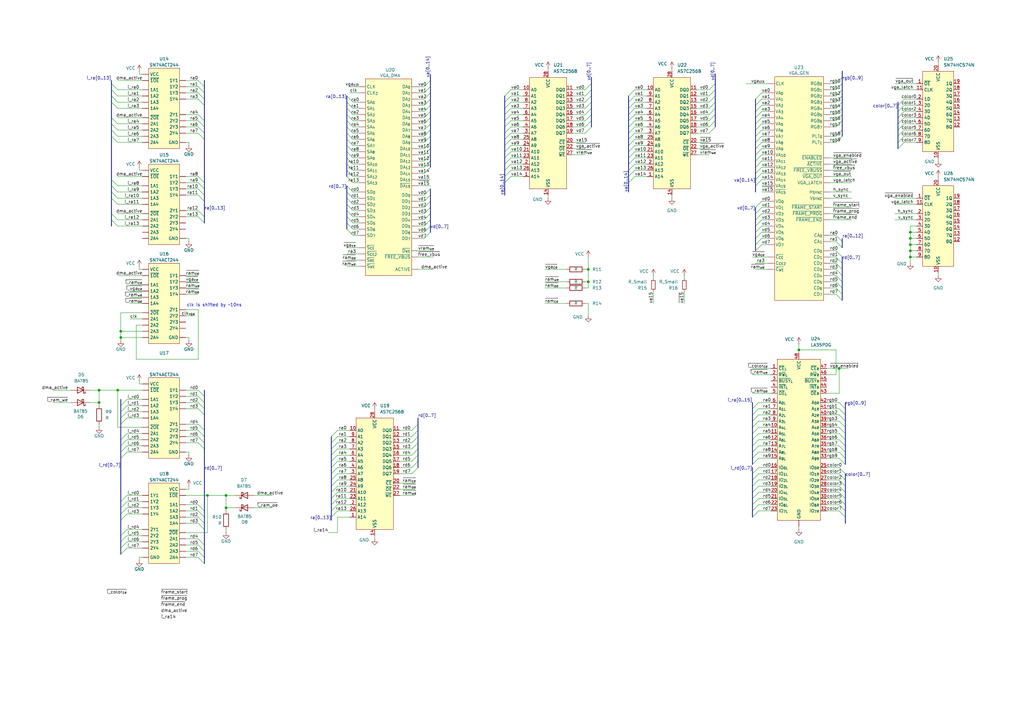
<source format=kicad_sch>
(kicad_sch (version 20231120) (generator "eeschema") (generator_version "8.0")
  (paper "A3")
  (junction (at 241.3 115.57))
  (junction (at 48.26 160.02))
  (junction (at 373.38 105.41))
  (junction (at 85.09 203.2))
  (junction (at 327.66 143.51))
  (junction (at 241.3 110.49))
  (junction (at 49.53 138.43))
  (junction (at 344.17 151.13))
  (junction (at 373.38 95.25))
  (junction (at 40.64 165.1))
  (junction (at 92.71 208.28))
  (junction (at 373.38 97.79))
  (junction (at 373.38 100.33))
  (junction (at 49.53 135.89))
  (junction (at 92.71 203.2))
  (junction (at 40.64 160.02))
  (junction (at 373.38 102.87))
  (bus_entry (at 240.03 52.07) (size 2.54 -2.54))
  (bus_entry (at 173.99 40.64) (size 2.54 -2.54))
  (bus_entry (at 81.28 38.1) (size 2.54 2.54))
  (bus_entry (at 173.99 80.01) (size 2.54 -2.54))
  (bus_entry (at 311.15 172.72) (size -2.54 2.54))
  (bus_entry (at 342.9 99.06) (size 2.54 2.54))
  (bus_entry (at 135.89 204.47) (size 2.54 -2.54))
  (bus_entry (at 342.9 105.41) (size 2.54 2.54))
  (bus_entry (at 260.35 54.61) (size -2.54 2.54))
  (bus_entry (at 342.9 118.11) (size 2.54 2.54))
  (bus_entry (at 81.28 209.55) (size 2.54 2.54))
  (bus_entry (at 173.99 35.56) (size 2.54 -2.54))
  (bus_entry (at 312.42 82.55) (size -2.54 2.54))
  (bus_entry (at 311.15 196.85) (size -2.54 2.54))
  (bus_entry (at 45.72 50.8) (size 2.54 2.54))
  (bus_entry (at 81.28 72.39) (size 2.54 2.54))
  (bus_entry (at 240.03 36.83) (size 2.54 -2.54))
  (bus_entry (at 173.99 68.58) (size 2.54 -2.54))
  (bus_entry (at 168.91 176.53) (size 2.54 -2.54))
  (bus_entry (at 260.35 64.77) (size -2.54 2.54))
  (bus_entry (at 260.35 67.31) (size -2.54 2.54))
  (bus_entry (at 370.84 50.8) (size -2.54 2.54))
  (bus_entry (at 209.55 46.99) (size -2.54 2.54))
  (bus_entry (at 45.72 87.63) (size 2.54 2.54))
  (bus_entry (at 142.24 76.2) (size 2.54 2.54))
  (bus_entry (at 344.17 191.77) (size 2.54 2.54))
  (bus_entry (at 290.83 39.37) (size 2.54 -2.54))
  (bus_entry (at 49.53 166.37) (size 2.54 -2.54))
  (bus_entry (at 342.9 39.37) (size 2.54 -2.54))
  (bus_entry (at 312.42 92.71) (size -2.54 2.54))
  (bus_entry (at 168.91 186.69) (size 2.54 -2.54))
  (bus_entry (at 342.9 55.88) (size 2.54 -2.54))
  (bus_entry (at 342.9 41.91) (size 2.54 -2.54))
  (bus_entry (at 135.89 207.01) (size 2.54 -2.54))
  (bus_entry (at 209.55 72.39) (size -2.54 2.54))
  (bus_entry (at 342.9 115.57) (size 2.54 2.54))
  (bus_entry (at 209.55 36.83) (size -2.54 2.54))
  (bus_entry (at 173.99 82.55) (size 2.54 -2.54))
  (bus_entry (at 309.88 73.66) (size 2.54 -2.54))
  (bus_entry (at 342.9 58.42) (size 2.54 -2.54))
  (bus_entry (at 290.83 49.53) (size 2.54 -2.54))
  (bus_entry (at 342.9 110.49) (size 2.54 2.54))
  (bus_entry (at 81.28 214.63) (size 2.54 2.54))
  (bus_entry (at 49.53 208.28) (size 2.54 -2.54))
  (bus_entry (at 81.28 54.61) (size 2.54 2.54))
  (bus_entry (at 168.91 194.31) (size 2.54 -2.54))
  (bus_entry (at 344.17 167.64) (size 2.54 2.54))
  (bus_entry (at 209.55 59.69) (size -2.54 2.54))
  (bus_entry (at 344.17 177.8) (size 2.54 2.54))
  (bus_entry (at 344.17 207.01) (size 2.54 2.54))
  (bus_entry (at 173.99 48.26) (size 2.54 -2.54))
  (bus_entry (at 344.17 194.31) (size 2.54 2.54))
  (bus_entry (at 45.72 34.29) (size 2.54 2.54))
  (bus_entry (at 81.28 49.53) (size 2.54 2.54))
  (bus_entry (at 49.53 168.91) (size 2.54 -2.54))
  (bus_entry (at 342.9 113.03) (size 2.54 2.54))
  (bus_entry (at 168.91 191.77) (size 2.54 -2.54))
  (bus_entry (at 309.88 40.64) (size 2.54 -2.54))
  (bus_entry (at 49.53 171.45) (size 2.54 -2.54))
  (bus_entry (at 344.17 165.1) (size 2.54 2.54))
  (bus_entry (at 312.42 90.17) (size -2.54 2.54))
  (bus_entry (at 260.35 62.23) (size -2.54 2.54))
  (bus_entry (at 135.89 181.61) (size 2.54 -2.54))
  (bus_entry (at 311.15 191.77) (size -2.54 2.54))
  (bus_entry (at 309.88 53.34) (size 2.54 -2.54))
  (bus_entry (at 49.53 219.71) (size 2.54 -2.54))
  (bus_entry (at 173.99 53.34) (size 2.54 -2.54))
  (bus_entry (at 173.99 50.8) (size 2.54 -2.54))
  (bus_entry (at 290.83 36.83) (size 2.54 -2.54))
  (bus_entry (at 209.55 69.85) (size -2.54 2.54))
  (bus_entry (at 342.9 49.53) (size 2.54 -2.54))
  (bus_entry (at 240.03 41.91) (size 2.54 -2.54))
  (bus_entry (at 370.84 55.88) (size -2.54 2.54))
  (bus_entry (at 209.55 41.91) (size -2.54 2.54))
  (bus_entry (at 49.53 205.74) (size 2.54 -2.54))
  (bus_entry (at 311.15 207.01) (size -2.54 2.54))
  (bus_entry (at 209.55 67.31) (size -2.54 2.54))
  (bus_entry (at 142.24 46.99) (size 2.54 2.54))
  (bus_entry (at 142.24 86.36) (size 2.54 2.54))
  (bus_entry (at 290.83 52.07) (size 2.54 -2.54))
  (bus_entry (at 312.42 97.79) (size -2.54 2.54))
  (bus_entry (at 81.28 40.64) (size 2.54 2.54))
  (bus_entry (at 135.89 179.07) (size 2.54 -2.54))
  (bus_entry (at 173.99 60.96) (size 2.54 -2.54))
  (bus_entry (at 45.72 39.37) (size 2.54 2.54))
  (bus_entry (at 309.88 68.58) (size 2.54 -2.54))
  (bus_entry (at 168.91 184.15) (size 2.54 -2.54))
  (bus_entry (at 45.72 78.74) (size 2.54 2.54))
  (bus_entry (at 81.28 228.6) (size 2.54 2.54))
  (bus_entry (at 142.24 59.69) (size 2.54 2.54))
  (bus_entry (at 240.03 54.61) (size 2.54 -2.54))
  (bus_entry (at 311.15 204.47) (size -2.54 2.54))
  (bus_entry (at 209.55 62.23) (size -2.54 2.54))
  (bus_entry (at 209.55 49.53) (size -2.54 2.54))
  (bus_entry (at 142.24 54.61) (size 2.54 2.54))
  (bus_entry (at 142.24 67.31) (size 2.54 2.54))
  (bus_entry (at 309.88 66.04) (size 2.54 -2.54))
  (bus_entry (at 142.24 52.07) (size 2.54 2.54))
  (bus_entry (at 45.72 36.83) (size 2.54 2.54))
  (bus_entry (at 311.15 182.88) (size -2.54 2.54))
  (bus_entry (at 311.15 194.31) (size -2.54 2.54))
  (bus_entry (at 370.84 48.26) (size -2.54 2.54))
  (bus_entry (at 309.88 63.5) (size 2.54 -2.54))
  (bus_entry (at 81.28 88.9) (size 2.54 2.54))
  (bus_entry (at 260.35 59.69) (size -2.54 2.54))
  (bus_entry (at 311.15 185.42) (size -2.54 2.54))
  (bus_entry (at 81.28 173.99) (size 2.54 2.54))
  (bus_entry (at 370.84 40.64) (size -2.54 2.54))
  (bus_entry (at 312.42 95.25) (size -2.54 2.54))
  (bus_entry (at 49.53 187.96) (size 2.54 -2.54))
  (bus_entry (at 312.42 100.33) (size -2.54 2.54))
  (bus_entry (at 45.72 90.17) (size 2.54 2.54))
  (bus_entry (at 311.15 209.55) (size -2.54 2.54))
  (bus_entry (at 311.15 175.26) (size -2.54 2.54))
  (bus_entry (at 81.28 77.47) (size 2.54 2.54))
  (bus_entry (at 290.83 41.91) (size 2.54 -2.54))
  (bus_entry (at 45.72 48.26) (size 2.54 2.54))
  (bus_entry (at 81.28 176.53) (size 2.54 2.54))
  (bus_entry (at 142.24 44.45) (size 2.54 2.54))
  (bus_entry (at 49.53 224.79) (size 2.54 -2.54))
  (bus_entry (at 260.35 57.15) (size -2.54 2.54))
  (bus_entry (at 209.55 39.37) (size -2.54 2.54))
  (bus_entry (at 81.28 212.09) (size 2.54 2.54))
  (bus_entry (at 309.88 48.26) (size 2.54 -2.54))
  (bus_entry (at 142.24 62.23) (size 2.54 2.54))
  (bus_entry (at 45.72 53.34) (size 2.54 2.54))
  (bus_entry (at 311.15 201.93) (size -2.54 2.54))
  (bus_entry (at 173.99 87.63) (size 2.54 -2.54))
  (bus_entry (at 135.89 189.23) (size 2.54 -2.54))
  (bus_entry (at 260.35 46.99) (size -2.54 2.54))
  (bus_entry (at 309.88 45.72) (size 2.54 -2.54))
  (bus_entry (at 81.28 223.52) (size 2.54 2.54))
  (bus_entry (at 260.35 69.85) (size -2.54 2.54))
  (bus_entry (at 135.89 196.85) (size 2.54 -2.54))
  (bus_entry (at 309.88 58.42) (size 2.54 -2.54))
  (bus_entry (at 81.28 33.02) (size 2.54 2.54))
  (bus_entry (at 342.9 44.45) (size 2.54 -2.54))
  (bus_entry (at 344.17 199.39) (size 2.54 2.54))
  (bus_entry (at 135.89 199.39) (size 2.54 -2.54))
  (bus_entry (at 342.9 107.95) (size 2.54 2.54))
  (bus_entry (at 173.99 38.1) (size 2.54 -2.54))
  (bus_entry (at 173.99 55.88) (size 2.54 -2.54))
  (bus_entry (at 342.9 34.29) (size 2.54 -2.54))
  (bus_entry (at 142.24 69.85) (size 2.54 2.54))
  (bus_entry (at 173.99 85.09) (size 2.54 -2.54))
  (bus_entry (at 168.91 179.07) (size 2.54 -2.54))
  (bus_entry (at 344.17 185.42) (size 2.54 2.54))
  (bus_entry (at 49.53 185.42) (size 2.54 -2.54))
  (bus_entry (at 45.72 55.88) (size 2.54 2.54))
  (bus_entry (at 309.88 71.12) (size 2.54 -2.54))
  (bus_entry (at 344.17 180.34) (size 2.54 2.54))
  (bus_entry (at 240.03 44.45) (size 2.54 -2.54))
  (bus_entry (at 344.17 209.55) (size 2.54 2.54))
  (bus_entry (at 142.24 83.82) (size 2.54 2.54))
  (bus_entry (at 81.28 35.56) (size 2.54 2.54))
  (bus_entry (at 240.03 39.37) (size 2.54 -2.54))
  (bus_entry (at 344.17 201.93) (size 2.54 2.54))
  (bus_entry (at 142.24 41.91) (size 2.54 2.54))
  (bus_entry (at 135.89 184.15) (size 2.54 -2.54))
  (bus_entry (at 312.42 85.09) (size -2.54 2.54))
  (bus_entry (at 49.53 210.82) (size 2.54 -2.54))
  (bus_entry (at 309.88 60.96) (size 2.54 -2.54))
  (bus_entry (at 342.9 96.52) (size 2.54 2.54))
  (bus_entry (at 142.24 91.44) (size 2.54 2.54))
  (bus_entry (at 311.15 170.18) (size -2.54 2.54))
  (bus_entry (at 81.28 86.36) (size 2.54 2.54))
  (bus_entry (at 81.28 179.07) (size 2.54 2.54))
  (bus_entry (at 49.53 180.34) (size 2.54 -2.54))
  (bus_entry (at 342.9 46.99) (size 2.54 -2.54))
  (bus_entry (at 49.53 182.88) (size 2.54 -2.54))
  (bus_entry (at 311.15 187.96) (size -2.54 2.54))
  (bus_entry (at 173.99 58.42) (size 2.54 -2.54))
  (bus_entry (at 344.17 172.72) (size 2.54 2.54))
  (bus_entry (at 49.53 173.99) (size 2.54 -2.54))
  (bus_entry (at 45.72 81.28) (size 2.54 2.54))
  (bus_entry (at 135.89 186.69) (size 2.54 -2.54))
  (bus_entry (at 311.15 167.64) (size -2.54 2.54))
  (bus_entry (at 81.28 162.56) (size 2.54 2.54))
  (bus_entry (at 142.24 49.53) (size 2.54 2.54))
  (bus_entry (at 311.15 165.1) (size -2.54 2.54))
  (bus_entry (at 344.17 204.47) (size 2.54 2.54))
  (bus_entry (at 81.28 226.06) (size 2.54 2.54))
  (bus_entry (at 81.28 165.1) (size 2.54 2.54))
  (bus_entry (at 344.17 170.18) (size 2.54 2.54))
  (bus_entry (at 142.24 64.77) (size 2.54 2.54))
  (bus_entry (at 311.15 199.39) (size -2.54 2.54))
  (bus_entry (at 309.88 55.88) (size 2.54 -2.54))
  (bus_entry (at 209.55 52.07) (size -2.54 2.54))
  (bus_entry (at 142.24 39.37) (size 2.54 2.54))
  (bus_entry (at 311.15 177.8) (size -2.54 2.54))
  (bus_entry (at 260.35 39.37) (size -2.54 2.54))
  (bus_entry (at 81.28 46.99) (size 2.54 2.54))
  (bus_entry (at 49.53 227.33) (size 2.54 -2.54))
  (bus_entry (at 260.35 52.07) (size -2.54 2.54))
  (bus_entry (at 135.89 209.55) (size 2.54 -2.54))
  (bus_entry (at 290.83 44.45) (size 2.54 -2.54))
  (bus_entry (at 173.99 45.72) (size 2.54 -2.54))
  (bus_entry (at 81.28 74.93) (size 2.54 2.54))
  (bus_entry (at 344.17 175.26) (size 2.54 2.54))
  (bus_entry (at 344.17 182.88) (size 2.54 2.54))
  (bus_entry (at 311.15 180.34) (size -2.54 2.54))
  (bus_entry (at 142.24 78.74) (size 2.54 2.54))
  (bus_entry (at 45.72 73.66) (size 2.54 2.54))
  (bus_entry (at 142.24 93.98) (size 2.54 2.54))
  (bus_entry (at 173.99 92.71) (size 2.54 -2.54))
  (bus_entry (at 309.88 76.2) (size 2.54 -2.54))
  (bus_entry (at 142.24 81.28) (size 2.54 2.54))
  (bus_entry (at 81.28 52.07) (size 2.54 2.54))
  (bus_entry (at 260.35 49.53) (size -2.54 2.54))
  (bus_entry (at 45.72 41.91) (size 2.54 2.54))
  (bus_entry (at 81.28 181.61) (size 2.54 2.54))
  (bus_entry (at 81.28 80.01) (size 2.54 2.54))
  (bus_entry (at 142.24 72.39) (size 2.54 2.54))
  (bus_entry (at 342.9 52.07) (size 2.54 -2.54))
  (bus_entry (at 312.42 87.63) (size -2.54 2.54))
  (bus_entry (at 342.9 36.83) (size 2.54 -2.54))
  (bus_entry (at 173.99 71.12) (size 2.54 -2.54))
  (bus_entry (at 209.55 44.45) (size -2.54 2.54))
  (bus_entry (at 260.35 36.83) (size -2.54 2.54))
  (bus_entry (at 344.17 196.85) (size 2.54 2.54))
  (bus_entry (at 135.89 194.31) (size 2.54 -2.54))
  (bus_entry (at 81.28 167.64) (size 2.54 2.54))
  (bus_entry (at 173.99 95.25) (size 2.54 -2.54))
  (bus_entry (at 209.55 57.15) (size -2.54 2.54))
  (bus_entry (at 370.84 45.72) (size -2.54 2.54))
  (bus_entry (at 49.53 213.36) (size 2.54 -2.54))
  (bus_entry (at 370.84 58.42) (size -2.54 2.54))
  (bus_entry (at 240.03 46.99) (size 2.54 -2.54))
  (bus_entry (at 342.9 120.65) (size 2.54 2.54))
  (bus_entry (at 81.28 220.98) (size 2.54 2.54))
  (bus_entry (at 168.91 189.23) (size 2.54 -2.54))
  (bus_entry (at 209.55 64.77) (size -2.54 2.54))
  (bus_entry (at 45.72 76.2) (size 2.54 2.54))
  (bus_entry (at 49.53 222.25) (size 2.54 -2.54))
  (bus_entry (at 260.35 44.45) (size -2.54 2.54))
  (bus_entry (at 168.91 181.61) (size 2.54 -2.54))
  (bus_entry (at 81.28 160.02) (size 2.54 2.54))
  (bus_entry (at 290.83 54.61) (size 2.54 -2.54))
  (bus_entry (at 370.84 53.34) (size -2.54 2.54))
  (bus_entry (at 135.89 212.09) (size 2.54 -2.54))
  (bus_entry (at 260.35 41.91) (size -2.54 2.54))
  (bus_entry (at 209.55 54.61) (size -2.54 2.54))
  (bus_entry (at 173.99 43.18) (size 2.54 -2.54))
  (bus_entry (at 260.35 72.39) (size -2.54 2.54))
  (bus_entry (at 135.89 201.93) (size 2.54 -2.54))
  (bus_entry (at 142.24 57.15) (size 2.54 2.54))
  (bus_entry (at 173.99 66.04) (size 2.54 -2.54))
  (bus_entry (at 173.99 90.17) (size 2.54 -2.54))
  (bus_entry (at 135.89 191.77) (size 2.54 -2.54))
  (bus_entry (at 240.03 49.53) (size 2.54 -2.54))
  (bus_entry (at 290.83 46.99) (size 2.54 -2.54))
  (bus_entry (at 81.28 207.01) (size 2.54 2.54))
  (bus_entry (at 309.88 43.18) (size 2.54 -2.54))
  (bus_entry (at 344.17 187.96) (size 2.54 2.54))
  (bus_entry (at 309.88 50.8) (size 2.54 -2.54))
  (bus_entry (at 173.99 63.5) (size 2.54 -2.54))
  (bus_entry (at 370.84 43.18) (size -2.54 2.54))
  (bus_entry (at 173.99 97.79) (size 2.54 -2.54))
  (bus_entry (at 142.24 88.9) (size 2.54 2.54))
  (bus_entry (at 342.9 102.87) (size 2.54 2.54))
  (wire (pts (xy 163.83 191.77) (xy 168.91 191.77)))
  (wire (pts (xy 311.15 209.55) (xy 316.23 209.55)))
  (wire (pts (xy 171.45 40.64) (xy 173.99 40.64)))
  (bus (pts (xy 308.61 177.8) (xy 308.61 180.34)))
  (bus (pts (xy 293.37 44.45) (xy 293.37 46.99)))
  (wire (pts (xy 209.55 41.91) (xy 214.63 41.91)))
  (wire (pts (xy 138.43 184.15) (xy 143.51 184.15)))
  (bus (pts (xy 176.53 40.64) (xy 176.53 43.18)))
  (wire (pts (xy 81.28 80.01) (xy 76.2 80.01)))
  (bus (pts (xy 176.53 80.01) (xy 176.53 82.55)))
  (bus (pts (xy 346.71 175.26) (xy 346.71 177.8)))
  (bus (pts (xy 368.3 41.91) (xy 368.3 43.18)))
  (bus (pts (xy 257.81 74.93) (xy 257.81 78.74)))
  (bus (pts (xy 345.44 53.34) (xy 345.44 55.88)))
  (wire (pts (xy 367.03 36.83) (xy 375.92 36.83)))
  (bus (pts (xy 176.53 30.48) (xy 176.53 33.02)))
  (bus (pts (xy 368.3 55.88) (xy 368.3 58.42)))
  (wire (pts (xy 171.45 102.87) (xy 177.8 102.87)))
  (wire (pts (xy 260.35 54.61) (xy 265.43 54.61)))
  (bus (pts (xy 207.01 72.39) (xy 207.01 74.93)))
  (bus (pts (xy 207.01 62.23) (xy 207.01 64.77)))
  (wire (pts (xy 308.61 161.29) (xy 316.23 161.29)))
  (wire (pts (xy 48.26 81.28) (xy 58.42 81.28)))
  (wire (pts (xy 81.28 72.39) (xy 76.2 72.39)))
  (bus (pts (xy 309.88 100.33) (xy 309.88 102.87)))
  (wire (pts (xy 309.88 107.95) (xy 314.96 107.95)))
  (wire (pts (xy 81.28 167.64) (xy 76.2 167.64)))
  (wire (pts (xy 81.28 77.47) (xy 76.2 77.47)))
  (bus (pts (xy 142.24 39.37) (xy 142.24 41.91)))
  (bus (pts (xy 45.72 76.2) (xy 45.72 78.74)))
  (bus (pts (xy 242.57 36.83) (xy 242.57 39.37)))
  (bus (pts (xy 176.53 38.1) (xy 176.53 40.64)))
  (wire (pts (xy 58.42 124.46) (xy 53.34 124.46)))
  (wire (pts (xy 171.45 45.72) (xy 173.99 45.72)))
  (wire (pts (xy 312.42 76.2) (xy 314.96 76.2)))
  (bus (pts (xy 345.44 29.21) (xy 345.44 31.75)))
  (wire (pts (xy 339.09 153.67) (xy 342.9 153.67)))
  (wire (pts (xy 285.75 41.91) (xy 290.83 41.91)))
  (wire (pts (xy 48.26 55.88) (xy 58.42 55.88)))
  (wire (pts (xy 340.36 90.17) (xy 349.25 90.17)))
  (wire (pts (xy 327.66 143.51) (xy 327.66 144.78)))
  (wire (pts (xy 311.15 185.42) (xy 316.23 185.42)))
  (wire (pts (xy 285.75 54.61) (xy 290.83 54.61)))
  (wire (pts (xy 340.36 34.29) (xy 342.9 34.29)))
  (wire (pts (xy 144.78 86.36) (xy 147.32 86.36)))
  (wire (pts (xy 76.2 115.57) (xy 81.28 115.57)))
  (bus (pts (xy 83.82 181.61) (xy 83.82 184.15)))
  (bus (pts (xy 83.82 209.55) (xy 83.82 212.09)))
  (wire (pts (xy 52.07 222.25) (xy 58.42 222.25)))
  (wire (pts (xy 144.78 74.93) (xy 147.32 74.93)))
  (wire (pts (xy 312.42 48.26) (xy 314.96 48.26)))
  (wire (pts (xy 48.26 53.34) (xy 58.42 53.34)))
  (wire (pts (xy 223.52 124.46) (xy 232.41 124.46)))
  (wire (pts (xy 209.55 39.37) (xy 214.63 39.37)))
  (bus (pts (xy 257.81 54.61) (xy 257.81 57.15)))
  (wire (pts (xy 48.26 78.74) (xy 58.42 78.74)))
  (bus (pts (xy 346.71 201.93) (xy 346.71 204.47)))
  (bus (pts (xy 308.61 201.93) (xy 308.61 204.47)))
  (wire (pts (xy 81.28 162.56) (xy 76.2 162.56)))
  (wire (pts (xy 367.03 34.29) (xy 375.92 34.29)))
  (wire (pts (xy 163.83 179.07) (xy 168.91 179.07)))
  (wire (pts (xy 311.15 187.96) (xy 316.23 187.96)))
  (wire (pts (xy 163.83 200.66) (xy 170.18 200.66)))
  (wire (pts (xy 275.59 80.01) (xy 275.59 81.28)))
  (wire (pts (xy 163.83 184.15) (xy 168.91 184.15)))
  (wire (pts (xy 52.07 180.34) (xy 58.42 180.34)))
  (bus (pts (xy 142.24 67.31) (xy 142.24 69.85)))
  (wire (pts (xy 81.28 40.64) (xy 76.2 40.64)))
  (wire (pts (xy 57.15 68.58) (xy 57.15 69.85)))
  (wire (pts (xy 234.95 39.37) (xy 240.03 39.37)))
  (wire (pts (xy 57.15 228.6) (xy 57.15 229.87)))
  (wire (pts (xy 312.42 58.42) (xy 314.96 58.42)))
  (wire (pts (xy 171.45 55.88) (xy 173.99 55.88)))
  (bus (pts (xy 49.53 171.45) (xy 49.53 173.99)))
  (bus (pts (xy 83.82 214.63) (xy 83.82 217.17)))
  (wire (pts (xy 260.35 52.07) (xy 265.43 52.07)))
  (wire (pts (xy 285.75 60.96) (xy 290.83 60.96)))
  (bus (pts (xy 135.89 181.61) (xy 135.89 184.15)))
  (bus (pts (xy 346.71 187.96) (xy 346.71 190.5)))
  (wire (pts (xy 53.34 130.81) (xy 58.42 130.81)))
  (wire (pts (xy 48.26 160.02) (xy 58.42 160.02)))
  (bus (pts (xy 142.24 52.07) (xy 142.24 54.61)))
  (bus (pts (xy 83.82 57.15) (xy 83.82 74.93)))
  (wire (pts (xy 312.42 55.88) (xy 314.96 55.88)))
  (wire (pts (xy 48.26 76.2) (xy 58.42 76.2)))
  (bus (pts (xy 308.61 172.72) (xy 308.61 175.26)))
  (wire (pts (xy 339.09 167.64) (xy 344.17 167.64)))
  (wire (pts (xy 57.15 29.21) (xy 57.15 30.48)))
  (wire (pts (xy 55.88 147.32) (xy 81.28 147.32)))
  (wire (pts (xy 81.28 176.53) (xy 76.2 176.53)))
  (wire (pts (xy 52.07 208.28) (xy 58.42 208.28)))
  (wire (pts (xy 81.28 220.98) (xy 76.2 220.98)))
  (wire (pts (xy 81.28 223.52) (xy 76.2 223.52)))
  (wire (pts (xy 312.42 95.25) (xy 314.96 95.25)))
  (bus (pts (xy 171.45 186.69) (xy 171.45 189.23)))
  (wire (pts (xy 340.36 44.45) (xy 342.9 44.45)))
  (bus (pts (xy 345.44 31.75) (xy 345.44 34.29)))
  (bus (pts (xy 308.61 196.85) (xy 308.61 199.39)))
  (wire (pts (xy 311.15 194.31) (xy 316.23 194.31)))
  (wire (pts (xy 312.42 73.66) (xy 314.96 73.66)))
  (wire (pts (xy 81.28 181.61) (xy 76.2 181.61)))
  (wire (pts (xy 55.88 133.35) (xy 55.88 147.32)))
  (wire (pts (xy 171.45 97.79) (xy 173.99 97.79)))
  (wire (pts (xy 312.42 87.63) (xy 314.96 87.63)))
  (bus (pts (xy 171.45 176.53) (xy 171.45 179.07)))
  (bus (pts (xy 309.88 71.12) (xy 309.88 73.66)))
  (wire (pts (xy 52.07 185.42) (xy 58.42 185.42)))
  (bus (pts (xy 293.37 36.83) (xy 293.37 39.37)))
  (wire (pts (xy 209.55 52.07) (xy 214.63 52.07)))
  (wire (pts (xy 340.36 67.31) (xy 349.25 67.31)))
  (wire (pts (xy 171.45 73.66) (xy 176.53 73.66)))
  (wire (pts (xy 260.35 39.37) (xy 265.43 39.37)))
  (wire (pts (xy 76.2 118.11) (xy 81.28 118.11)))
  (bus (pts (xy 45.72 41.91) (xy 45.72 48.26)))
  (wire (pts (xy 311.15 177.8) (xy 316.23 177.8)))
  (bus (pts (xy 176.53 87.63) (xy 176.53 90.17)))
  (wire (pts (xy 52.07 163.83) (xy 58.42 163.83)))
  (wire (pts (xy 144.78 72.39) (xy 147.32 72.39)))
  (bus (pts (xy 345.44 44.45) (xy 345.44 46.99)))
  (wire (pts (xy 340.36 55.88) (xy 342.9 55.88)))
  (wire (pts (xy 234.95 46.99) (xy 240.03 46.99)))
  (wire (pts (xy 340.36 46.99) (xy 342.9 46.99)))
  (wire (pts (xy 384.81 64.77) (xy 384.81 66.04)))
  (bus (pts (xy 309.88 85.09) (xy 309.88 87.63)))
  (wire (pts (xy 48.26 160.02) (xy 48.26 175.26)))
  (bus (pts (xy 83.82 77.47) (xy 83.82 80.01)))
  (wire (pts (xy 260.35 36.83) (xy 265.43 36.83)))
  (bus (pts (xy 346.71 165.1) (xy 346.71 167.64)))
  (wire (pts (xy 342.9 143.51) (xy 327.66 143.51)))
  (wire (pts (xy 370.84 58.42) (xy 375.92 58.42)))
  (bus (pts (xy 83.82 35.56) (xy 83.82 38.1)))
  (bus (pts (xy 135.89 189.23) (xy 135.89 191.77)))
  (wire (pts (xy 340.36 105.41) (xy 342.9 105.41)))
  (wire (pts (xy 327.66 140.97) (xy 327.66 143.51)))
  (wire (pts (xy 57.15 156.21) (xy 57.15 157.48)))
  (wire (pts (xy 81.28 214.63) (xy 76.2 214.63)))
  (wire (pts (xy 339.09 172.72) (xy 344.17 172.72)))
  (bus (pts (xy 83.82 223.52) (xy 83.82 226.06)))
  (bus (pts (xy 293.37 41.91) (xy 293.37 44.45)))
  (wire (pts (xy 375.92 92.71) (xy 373.38 92.71)))
  (bus (pts (xy 207.01 74.93) (xy 207.01 80.01)))
  (bus (pts (xy 293.37 34.29) (xy 293.37 36.83)))
  (bus (pts (xy 345.44 46.99) (xy 345.44 49.53)))
  (wire (pts (xy 81.28 52.07) (xy 76.2 52.07)))
  (bus (pts (xy 207.01 49.53) (xy 207.01 52.07)))
  (wire (pts (xy 373.38 97.79) (xy 375.92 97.79)))
  (bus (pts (xy 257.81 59.69) (xy 257.81 62.23)))
  (bus (pts (xy 207.01 57.15) (xy 207.01 59.69)))
  (wire (pts (xy 209.55 46.99) (xy 214.63 46.99)))
  (wire (pts (xy 339.09 175.26) (xy 344.17 175.26)))
  (bus (pts (xy 345.44 110.49) (xy 345.44 113.03)))
  (wire (pts (xy 48.26 44.45) (xy 58.42 44.45)))
  (wire (pts (xy 340.36 72.39) (xy 349.25 72.39)))
  (wire (pts (xy 58.42 228.6) (xy 57.15 228.6)))
  (bus (pts (xy 142.24 57.15) (xy 142.24 59.69)))
  (bus (pts (xy 293.37 49.53) (xy 293.37 52.07)))
  (wire (pts (xy 52.07 171.45) (xy 58.42 171.45)))
  (wire (pts (xy 81.28 147.32) (xy 81.28 127)))
  (wire (pts (xy 144.78 62.23) (xy 147.32 62.23)))
  (wire (pts (xy 144.78 69.85) (xy 147.32 69.85)))
  (bus (pts (xy 309.88 73.66) (xy 309.88 76.2)))
  (wire (pts (xy 340.36 115.57) (xy 342.9 115.57)))
  (bus (pts (xy 309.88 97.79) (xy 309.88 100.33)))
  (wire (pts (xy 308.61 105.41) (xy 314.96 105.41)))
  (bus (pts (xy 49.53 163.83) (xy 49.53 166.37)))
  (wire (pts (xy 171.45 90.17) (xy 173.99 90.17)))
  (wire (pts (xy 260.35 44.45) (xy 265.43 44.45)))
  (wire (pts (xy 40.64 160.02) (xy 48.26 160.02)))
  (wire (pts (xy 171.45 87.63) (xy 173.99 87.63)))
  (bus (pts (xy 207.01 39.37) (xy 207.01 41.91)))
  (bus (pts (xy 345.44 120.65) (xy 345.44 123.19)))
  (bus (pts (xy 83.82 160.02) (xy 83.82 162.56)))
  (bus (pts (xy 308.61 180.34) (xy 308.61 182.88)))
  (wire (pts (xy 81.28 226.06) (xy 76.2 226.06)))
  (wire (pts (xy 58.42 133.35) (xy 55.88 133.35)))
  (wire (pts (xy 240.03 110.49) (xy 241.3 110.49)))
  (bus (pts (xy 345.44 49.53) (xy 345.44 53.34)))
  (wire (pts (xy 36.83 165.1) (xy 40.64 165.1)))
  (wire (pts (xy 142.24 104.14) (xy 147.32 104.14)))
  (bus (pts (xy 345.44 115.57) (xy 345.44 118.11)))
  (wire (pts (xy 81.28 86.36) (xy 76.2 86.36)))
  (wire (pts (xy 138.43 204.47) (xy 143.51 204.47)))
  (wire (pts (xy 223.52 118.11) (xy 232.41 118.11)))
  (wire (pts (xy 57.15 30.48) (xy 58.42 30.48)))
  (bus (pts (xy 45.72 81.28) (xy 45.72 87.63)))
  (bus (pts (xy 142.24 81.28) (xy 142.24 83.82)))
  (wire (pts (xy 142.24 109.22) (xy 147.32 109.22)))
  (wire (pts (xy 76.2 97.79) (xy 77.47 97.79)))
  (wire (pts (xy 52.07 217.17) (xy 58.42 217.17)))
  (bus (pts (xy 171.45 179.07) (xy 171.45 181.61)))
  (bus (pts (xy 49.53 185.42) (xy 49.53 187.96)))
  (bus (pts (xy 346.71 199.39) (xy 346.71 201.93)))
  (bus (pts (xy 83.82 212.09) (xy 83.82 214.63)))
  (wire (pts (xy 144.78 81.28) (xy 147.32 81.28)))
  (wire (pts (xy 138.43 179.07) (xy 143.51 179.07)))
  (wire (pts (xy 312.42 92.71) (xy 314.96 92.71)))
  (bus (pts (xy 242.57 41.91) (xy 242.57 44.45)))
  (bus (pts (xy 368.3 45.72) (xy 368.3 48.26)))
  (wire (pts (xy 312.42 60.96) (xy 314.96 60.96)))
  (wire (pts (xy 260.35 57.15) (xy 265.43 57.15)))
  (wire (pts (xy 52.07 219.71) (xy 58.42 219.71)))
  (bus (pts (xy 242.57 39.37) (xy 242.57 41.91)))
  (wire (pts (xy 312.42 78.74) (xy 314.96 78.74)))
  (wire (pts (xy 171.45 58.42) (xy 173.99 58.42)))
  (wire (pts (xy 209.55 62.23) (xy 214.63 62.23)))
  (wire (pts (xy 85.09 218.44) (xy 76.2 218.44)))
  (wire (pts (xy 81.28 74.93) (xy 76.2 74.93)))
  (wire (pts (xy 144.78 49.53) (xy 147.32 49.53)))
  (bus (pts (xy 257.81 44.45) (xy 257.81 46.99)))
  (bus (pts (xy 142.24 83.82) (xy 142.24 86.36)))
  (wire (pts (xy 339.09 170.18) (xy 344.17 170.18)))
  (bus (pts (xy 49.53 173.99) (xy 49.53 180.34)))
  (bus (pts (xy 176.53 90.17) (xy 176.53 92.71)))
  (bus (pts (xy 45.72 78.74) (xy 45.72 81.28)))
  (wire (pts (xy 96.52 208.28) (xy 92.71 208.28)))
  (wire (pts (xy 144.78 54.61) (xy 147.32 54.61)))
  (wire (pts (xy 171.45 50.8) (xy 173.99 50.8)))
  (wire (pts (xy 81.28 54.61) (xy 76.2 54.61)))
  (bus (pts (xy 368.3 58.42) (xy 368.3 60.96)))
  (bus (pts (xy 135.89 184.15) (xy 135.89 186.69)))
  (wire (pts (xy 134.62 218.44) (xy 138.43 218.44)))
  (bus (pts (xy 83.82 165.1) (xy 83.82 167.64)))
  (wire (pts (xy 340.36 107.95) (xy 342.9 107.95)))
  (wire (pts (xy 373.38 95.25) (xy 373.38 97.79)))
  (wire (pts (xy 312.42 82.55) (xy 314.96 82.55)))
  (bus (pts (xy 135.89 204.47) (xy 135.89 207.01)))
  (bus (pts (xy 49.53 205.74) (xy 49.53 208.28)))
  (bus (pts (xy 176.53 43.18) (xy 176.53 45.72)))
  (wire (pts (xy 144.78 91.44) (xy 147.32 91.44)))
  (bus (pts (xy 49.53 168.91) (xy 49.53 171.45)))
  (bus (pts (xy 309.88 76.2) (xy 309.88 78.74)))
  (wire (pts (xy 311.15 191.77) (xy 316.23 191.77)))
  (wire (pts (xy 234.95 58.42) (xy 240.03 58.42)))
  (bus (pts (xy 83.82 184.15) (xy 83.82 209.55)))
  (bus (pts (xy 207.01 44.45) (xy 207.01 46.99)))
  (wire (pts (xy 81.28 209.55) (xy 76.2 209.55)))
  (bus (pts (xy 49.53 182.88) (xy 49.53 185.42)))
  (wire (pts (xy 340.36 102.87) (xy 342.9 102.87)))
  (wire (pts (xy 311.15 180.34) (xy 316.23 180.34)))
  (wire (pts (xy 138.43 209.55) (xy 143.51 209.55)))
  (wire (pts (xy 163.83 198.12) (xy 170.18 198.12)))
  (bus (pts (xy 135.89 201.93) (xy 135.89 204.47)))
  (bus (pts (xy 135.89 199.39) (xy 135.89 201.93)))
  (bus (pts (xy 171.45 189.23) (xy 171.45 191.77)))
  (wire (pts (xy 367.03 83.82) (xy 375.92 83.82)))
  (bus (pts (xy 309.88 40.64) (xy 309.88 43.18)))
  (bus (pts (xy 346.71 194.31) (xy 346.71 196.85)))
  (bus (pts (xy 142.24 76.2) (xy 142.24 78.74)))
  (bus (pts (xy 45.72 33.02) (xy 45.72 34.29)))
  (wire (pts (xy 285.75 58.42) (xy 290.83 58.42)))
  (bus (pts (xy 308.61 204.47) (xy 308.61 207.01)))
  (bus (pts (xy 176.53 45.72) (xy 176.53 48.26)))
  (bus (pts (xy 45.72 50.8) (xy 45.72 53.34)))
  (wire (pts (xy 48.26 92.71) (xy 58.42 92.71)))
  (bus (pts (xy 49.53 224.79) (xy 49.53 227.33)))
  (wire (pts (xy 171.45 48.26) (xy 173.99 48.26)))
  (wire (pts (xy 52.07 166.37) (xy 58.42 166.37)))
  (wire (pts (xy 223.52 115.57) (xy 232.41 115.57)))
  (bus (pts (xy 176.53 58.42) (xy 176.53 60.96)))
  (bus (pts (xy 176.53 48.26) (xy 176.53 50.8)))
  (bus (pts (xy 142.24 41.91) (xy 142.24 44.45)))
  (wire (pts (xy 49.53 139.7) (xy 49.53 138.43)))
  (wire (pts (xy 312.42 43.18) (xy 314.96 43.18)))
  (bus (pts (xy 309.88 68.58) (xy 309.88 71.12)))
  (wire (pts (xy 77.47 58.42) (xy 77.47 59.69)))
  (bus (pts (xy 308.61 175.26) (xy 308.61 177.8)))
  (wire (pts (xy 340.36 120.65) (xy 342.9 120.65)))
  (wire (pts (xy 209.55 49.53) (xy 214.63 49.53)))
  (bus (pts (xy 309.88 45.72) (xy 309.88 48.26)))
  (bus (pts (xy 49.53 219.71) (xy 49.53 222.25)))
  (bus (pts (xy 368.3 43.18) (xy 368.3 45.72)))
  (wire (pts (xy 171.45 92.71) (xy 173.99 92.71)))
  (wire (pts (xy 312.42 90.17) (xy 314.96 90.17)))
  (wire (pts (xy 144.78 57.15) (xy 147.32 57.15)))
  (bus (pts (xy 176.53 35.56) (xy 176.53 38.1)))
  (bus (pts (xy 83.82 162.56) (xy 83.82 165.1)))
  (bus (pts (xy 135.89 196.85) (xy 135.89 199.39)))
  (wire (pts (xy 77.47 138.43) (xy 77.47 139.7)))
  (bus (pts (xy 49.53 180.34) (xy 49.53 182.88)))
  (bus (pts (xy 49.53 222.25) (xy 49.53 224.79)))
  (bus (pts (xy 142.24 46.99) (xy 142.24 49.53)))
  (wire (pts (xy 171.45 76.2) (xy 176.53 76.2)))
  (wire (pts (xy 48.26 90.17) (xy 58.42 90.17)))
  (bus (pts (xy 345.44 97.79) (xy 345.44 99.06)))
  (wire (pts (xy 144.78 96.52) (xy 147.32 96.52)))
  (wire (pts (xy 373.38 102.87) (xy 375.92 102.87)))
  (wire (pts (xy 49.53 138.43) (xy 58.42 138.43)))
  (wire (pts (xy 223.52 110.49) (xy 232.41 110.49)))
  (wire (pts (xy 144.78 78.74) (xy 147.32 78.74)))
  (bus (pts (xy 83.82 49.53) (xy 83.82 52.07)))
  (bus (pts (xy 83.82 228.6) (xy 83.82 231.14)))
  (bus (pts (xy 308.61 199.39) (xy 308.61 201.93)))
  (wire (pts (xy 234.95 63.5) (xy 240.03 63.5)))
  (wire (pts (xy 52.07 210.82) (xy 58.42 210.82)))
  (wire (pts (xy 142.24 101.6) (xy 147.32 101.6)))
  (bus (pts (xy 142.24 86.36) (xy 142.24 88.9)))
  (wire (pts (xy 260.35 59.69) (xy 265.43 59.69)))
  (bus (pts (xy 45.72 34.29) (xy 45.72 36.83)))
  (wire (pts (xy 241.3 115.57) (xy 241.3 118.11)))
  (wire (pts (xy 171.45 85.09) (xy 173.99 85.09)))
  (wire (pts (xy 48.26 33.02) (xy 58.42 33.02)))
  (wire (pts (xy 384.81 72.39) (xy 384.81 73.66)))
  (wire (pts (xy 163.83 203.2) (xy 170.18 203.2)))
  (wire (pts (xy 81.28 127) (xy 76.2 127)))
  (wire (pts (xy 267.97 119.38) (xy 267.97 124.46)))
  (bus (pts (xy 135.89 209.55) (xy 135.89 212.09)))
  (bus (pts (xy 242.57 31.75) (xy 242.57 34.29)))
  (bus (pts (xy 368.3 50.8) (xy 368.3 53.34)))
  (wire (pts (xy 76.2 185.42) (xy 77.47 185.42)))
  (bus (pts (xy 309.88 63.5) (xy 309.88 66.04)))
  (wire (pts (xy 384.81 111.76) (xy 384.81 113.03)))
  (bus (pts (xy 83.82 176.53) (xy 83.82 179.07)))
  (bus (pts (xy 257.81 57.15) (xy 257.81 59.69)))
  (wire (pts (xy 209.55 64.77) (xy 214.63 64.77)))
  (bus (pts (xy 45.72 48.26) (xy 45.72 50.8)))
  (bus (pts (xy 309.88 87.63) (xy 309.88 90.17)))
  (wire (pts (xy 111.76 203.2) (xy 104.14 203.2)))
  (wire (pts (xy 144.78 88.9) (xy 147.32 88.9)))
  (wire (pts (xy 171.45 35.56) (xy 173.99 35.56)))
  (wire (pts (xy 340.36 113.03) (xy 342.9 113.03)))
  (bus (pts (xy 135.89 179.07) (xy 135.89 181.61)))
  (wire (pts (xy 373.38 97.79) (xy 373.38 100.33)))
  (wire (pts (xy 373.38 105.41) (xy 373.38 107.95)))
  (wire (pts (xy 49.53 138.43) (xy 49.53 135.89)))
  (wire (pts (xy 339.09 151.13) (xy 344.17 151.13)))
  (wire (pts (xy 240.03 124.46) (xy 241.3 124.46)))
  (wire (pts (xy 143.51 35.56) (xy 147.32 35.56)))
  (wire (pts (xy 138.43 181.61) (xy 143.51 181.61)))
  (wire (pts (xy 52.07 224.79) (xy 58.42 224.79)))
  (wire (pts (xy 370.84 45.72) (xy 375.92 45.72)))
  (wire (pts (xy 311.15 172.72) (xy 316.23 172.72)))
  (wire (pts (xy 260.35 41.91) (xy 265.43 41.91)))
  (bus (pts (xy 135.89 186.69) (xy 135.89 189.23)))
  (wire (pts (xy 81.28 207.01) (xy 76.2 207.01)))
  (wire (pts (xy 171.45 60.96) (xy 173.99 60.96)))
  (wire (pts (xy 367.03 87.63) (xy 375.92 87.63)))
  (wire (pts (xy 49.53 135.89) (xy 58.42 135.89)))
  (wire (pts (xy 339.09 209.55) (xy 344.17 209.55)))
  (wire (pts (xy 234.95 41.91) (xy 240.03 41.91)))
  (wire (pts (xy 81.28 49.53) (xy 76.2 49.53)))
  (wire (pts (xy 138.43 207.01) (xy 143.51 207.01)))
  (wire (pts (xy 138.43 194.31) (xy 143.51 194.31)))
  (bus (pts (xy 309.88 90.17) (xy 309.88 92.71)))
  (wire (pts (xy 370.84 50.8) (xy 375.92 50.8)))
  (bus (pts (xy 308.61 209.55) (xy 308.61 212.09)))
  (wire (pts (xy 339.09 191.77) (xy 344.17 191.77)))
  (wire (pts (xy 48.26 83.82) (xy 58.42 83.82)))
  (wire (pts (xy 339.09 161.29) (xy 344.17 161.29)))
  (wire (pts (xy 76.2 129.54) (xy 80.01 129.54)))
  (wire (pts (xy 312.42 45.72) (xy 314.96 45.72)))
  (wire (pts (xy 57.15 157.48) (xy 58.42 157.48)))
  (wire (pts (xy 373.38 105.41) (xy 375.92 105.41)))
  (wire (pts (xy 340.36 85.09) (xy 349.25 85.09)))
  (wire (pts (xy 312.42 97.79) (xy 314.96 97.79)))
  (wire (pts (xy 339.09 199.39) (xy 344.17 199.39)))
  (bus (pts (xy 346.71 207.01) (xy 346.71 209.55)))
  (wire (pts (xy 260.35 62.23) (xy 265.43 62.23)))
  (bus (pts (xy 142.24 62.23) (xy 142.24 64.77)))
  (wire (pts (xy 81.28 160.02) (xy 76.2 160.02)))
  (wire (pts (xy 209.55 67.31) (xy 214.63 67.31)))
  (bus (pts (xy 257.81 39.37) (xy 257.81 41.91)))
  (wire (pts (xy 48.26 72.39) (xy 58.42 72.39)))
  (bus (pts (xy 45.72 55.88) (xy 45.72 73.66)))
  (bus (pts (xy 142.24 78.74) (xy 142.24 81.28)))
  (bus (pts (xy 346.71 182.88) (xy 346.71 185.42)))
  (wire (pts (xy 77.47 199.39) (xy 77.47 200.66)))
  (wire (pts (xy 57.15 109.22) (xy 57.15 110.49)))
  (bus (pts (xy 176.53 92.71) (xy 176.53 95.25)))
  (wire (pts (xy 234.95 52.07) (xy 240.03 52.07)))
  (bus (pts (xy 142.24 49.53) (xy 142.24 52.07)))
  (wire (pts (xy 285.75 63.5) (xy 290.83 63.5)))
  (wire (pts (xy 339.09 201.93) (xy 344.17 201.93)))
  (wire (pts (xy 81.28 179.07) (xy 76.2 179.07)))
  (wire (pts (xy 311.15 170.18) (xy 316.23 170.18)))
  (wire (pts (xy 209.55 44.45) (xy 214.63 44.45)))
  (bus (pts (xy 142.24 88.9) (xy 142.24 91.44)))
  (wire (pts (xy 144.78 64.77) (xy 147.32 64.77)))
  (bus (pts (xy 309.88 60.96) (xy 309.88 63.5)))
  (wire (pts (xy 144.78 52.07) (xy 147.32 52.07)))
  (wire (pts (xy 21.59 165.1) (xy 29.21 165.1)))
  (bus (pts (xy 135.89 191.77) (xy 135.89 194.31)))
  (wire (pts (xy 373.38 102.87) (xy 373.38 105.41)))
  (wire (pts (xy 40.64 160.02) (xy 40.64 165.1)))
  (wire (pts (xy 85.09 203.2) (xy 85.09 218.44)))
  (wire (pts (xy 48.26 48.26) (xy 58.42 48.26)))
  (wire (pts (xy 339.09 180.34) (xy 344.17 180.34)))
  (wire (pts (xy 340.36 49.53) (xy 342.9 49.53)))
  (wire (pts (xy 285.75 46.99) (xy 290.83 46.99)))
  (bus (pts (xy 346.71 209.55) (xy 346.71 212.09)))
  (wire (pts (xy 340.36 36.83) (xy 342.9 36.83)))
  (wire (pts (xy 144.78 93.98) (xy 147.32 93.98)))
  (bus (pts (xy 309.88 48.26) (xy 309.88 50.8)))
  (wire (pts (xy 57.15 69.85) (xy 58.42 69.85)))
  (wire (pts (xy 312.42 85.09) (xy 314.96 85.09)))
  (wire (pts (xy 340.36 110.49) (xy 342.9 110.49)))
  (wire (pts (xy 373.38 100.33) (xy 375.92 100.33)))
  (bus (pts (xy 176.53 85.09) (xy 176.53 87.63)))
  (wire (pts (xy 144.78 41.91) (xy 147.32 41.91)))
  (bus (pts (xy 257.81 46.99) (xy 257.81 49.53)))
  (wire (pts (xy 339.09 182.88) (xy 344.17 182.88)))
  (wire (pts (xy 57.15 110.49) (xy 58.42 110.49)))
  (bus (pts (xy 83.82 88.9) (xy 83.82 91.44)))
  (wire (pts (xy 312.42 38.1) (xy 314.96 38.1)))
  (wire (pts (xy 40.64 165.1) (xy 40.64 166.37)))
  (wire (pts (xy 241.3 110.49) (xy 241.3 115.57)))
  (wire (pts (xy 312.42 40.64) (xy 314.96 40.64)))
  (bus (pts (xy 345.44 41.91) (xy 345.44 44.45)))
  (wire (pts (xy 81.28 228.6) (xy 76.2 228.6)))
  (bus (pts (xy 308.61 167.64) (xy 308.61 170.18)))
  (bus (pts (xy 308.61 182.88) (xy 308.61 185.42)))
  (wire (pts (xy 311.15 165.1) (xy 316.23 165.1)))
  (wire (pts (xy 171.45 43.18) (xy 173.99 43.18)))
  (wire (pts (xy 76.2 113.03) (xy 81.28 113.03)))
  (wire (pts (xy 48.26 36.83) (xy 58.42 36.83)))
  (bus (pts (xy 345.44 36.83) (xy 345.44 39.37)))
  (wire (pts (xy 138.43 201.93) (xy 143.51 201.93)))
  (bus (pts (xy 171.45 184.15) (xy 171.45 186.69)))
  (wire (pts (xy 144.78 67.31) (xy 147.32 67.31)))
  (wire (pts (xy 171.45 82.55) (xy 173.99 82.55)))
  (bus (pts (xy 308.61 191.77) (xy 308.61 194.31)))
  (wire (pts (xy 370.84 48.26) (xy 375.92 48.26)))
  (bus (pts (xy 346.71 204.47) (xy 346.71 207.01)))
  (bus (pts (xy 176.53 63.5) (xy 176.53 66.04)))
  (wire (pts (xy 308.61 151.13) (xy 316.23 151.13)))
  (wire (pts (xy 92.71 203.2) (xy 92.71 208.28)))
  (wire (pts (xy 311.15 207.01) (xy 316.23 207.01)))
  (wire (pts (xy 163.83 181.61) (xy 168.91 181.61)))
  (bus (pts (xy 83.82 82.55) (xy 83.82 88.9)))
  (wire (pts (xy 52.07 177.8) (xy 58.42 177.8)))
  (wire (pts (xy 312.42 68.58) (xy 314.96 68.58)))
  (wire (pts (xy 224.79 27.94) (xy 224.79 29.21)))
  (wire (pts (xy 339.09 185.42) (xy 344.17 185.42)))
  (wire (pts (xy 312.42 63.5) (xy 314.96 63.5)))
  (wire (pts (xy 48.26 175.26) (xy 58.42 175.26)))
  (wire (pts (xy 209.55 72.39) (xy 214.63 72.39)))
  (wire (pts (xy 138.43 199.39) (xy 143.51 199.39)))
  (bus (pts (xy 176.53 60.96) (xy 176.53 63.5)))
  (wire (pts (xy 340.36 87.63) (xy 349.25 87.63)))
  (wire (pts (xy 81.28 212.09) (xy 76.2 212.09)))
  (wire (pts (xy 234.95 54.61) (xy 240.03 54.61)))
  (wire (pts (xy 311.15 167.64) (xy 316.23 167.64)))
  (bus (pts (xy 242.57 34.29) (xy 242.57 36.83)))
  (wire (pts (xy 48.26 50.8) (xy 58.42 50.8)))
  (wire (pts (xy 367.03 81.28) (xy 375.92 81.28)))
  (wire (pts (xy 340.36 69.85) (xy 349.25 69.85)))
  (wire (pts (xy 209.55 69.85) (xy 214.63 69.85)))
  (wire (pts (xy 58.42 121.92) (xy 53.34 121.92)))
  (wire (pts (xy 52.07 205.74) (xy 58.42 205.74)))
  (bus (pts (xy 345.44 107.95) (xy 345.44 110.49)))
  (wire (pts (xy 81.28 173.99) (xy 76.2 173.99)))
  (bus (pts (xy 257.81 52.07) (xy 257.81 54.61)))
  (wire (pts (xy 49.53 135.89) (xy 49.53 128.27)))
  (wire (pts (xy 260.35 64.77) (xy 265.43 64.77)))
  (wire (pts (xy 339.09 204.47) (xy 344.17 204.47)))
  (bus (pts (xy 346.71 172.72) (xy 346.71 175.26)))
  (wire (pts (xy 384.81 25.4) (xy 384.81 26.67)))
  (wire (pts (xy 81.28 165.1) (xy 76.2 165.1)))
  (bus (pts (xy 293.37 39.37) (xy 293.37 41.91)))
  (bus (pts (xy 142.24 91.44) (xy 142.24 93.98)))
  (bus (pts (xy 142.24 44.45) (xy 142.24 46.99)))
  (wire (pts (xy 339.09 177.8) (xy 344.17 177.8)))
  (bus (pts (xy 83.82 43.18) (xy 83.82 49.53)))
  (wire (pts (xy 339.09 187.96) (xy 344.17 187.96)))
  (wire (pts (xy 327.66 215.9) (xy 327.66 217.17)))
  (bus (pts (xy 171.45 181.61) (xy 171.45 184.15)))
  (bus (pts (xy 309.88 58.42) (xy 309.88 60.96)))
  (wire (pts (xy 163.83 194.31) (xy 168.91 194.31)))
  (bus (pts (xy 309.88 53.34) (xy 309.88 55.88)))
  (bus (pts (xy 207.01 64.77) (xy 207.01 67.31)))
  (wire (pts (xy 171.45 38.1) (xy 173.99 38.1)))
  (bus (pts (xy 142.24 69.85) (xy 142.24 72.39)))
  (bus (pts (xy 346.71 180.34) (xy 346.71 182.88)))
  (wire (pts (xy 370.84 55.88) (xy 375.92 55.88)))
  (bus (pts (xy 135.89 207.01) (xy 135.89 209.55)))
  (bus (pts (xy 83.82 226.06) (xy 83.82 228.6)))
  (wire (pts (xy 267.97 113.03) (xy 267.97 114.3)))
  (bus (pts (xy 45.72 39.37) (xy 45.72 41.91)))
  (wire (pts (xy 308.61 153.67) (xy 316.23 153.67)))
  (bus (pts (xy 293.37 30.48) (xy 293.37 34.29)))
  (bus (pts (xy 49.53 166.37) (xy 49.53 168.91)))
  (bus (pts (xy 83.82 170.18) (xy 83.82 176.53)))
  (wire (pts (xy 36.83 160.02) (xy 40.64 160.02)))
  (bus (pts (xy 345.44 99.06) (xy 345.44 101.6)))
  (bus (pts (xy 176.53 50.8) (xy 176.53 53.34)))
  (wire (pts (xy 370.84 40.64) (xy 375.92 40.64)))
  (bus (pts (xy 207.01 67.31) (xy 207.01 69.85)))
  (wire (pts (xy 373.38 92.71) (xy 373.38 95.25)))
  (wire (pts (xy 144.78 59.69) (xy 147.32 59.69)))
  (wire (pts (xy 48.26 87.63) (xy 58.42 87.63)))
  (wire (pts (xy 138.43 191.77) (xy 143.51 191.77)))
  (wire (pts (xy 76.2 58.42) (xy 77.47 58.42)))
  (wire (pts (xy 260.35 67.31) (xy 265.43 67.31)))
  (bus (pts (xy 309.88 95.25) (xy 309.88 97.79)))
  (wire (pts (xy 171.45 68.58) (xy 173.99 68.58)))
  (bus (pts (xy 345.44 39.37) (xy 345.44 41.91)))
  (bus (pts (xy 346.71 167.64) (xy 346.71 170.18)))
  (bus (pts (xy 207.01 69.85) (xy 207.01 72.39)))
  (wire (pts (xy 311.15 175.26) (xy 316.23 175.26)))
  (wire (pts (xy 81.28 33.02) (xy 76.2 33.02)))
  (bus (pts (xy 309.88 50.8) (xy 309.88 53.34)))
  (wire (pts (xy 373.38 95.25) (xy 375.92 95.25)))
  (wire (pts (xy 153.67 167.64) (xy 153.67 168.91)))
  (wire (pts (xy 370.84 43.18) (xy 375.92 43.18)))
  (wire (pts (xy 96.52 203.2) (xy 92.71 203.2)))
  (wire (pts (xy 340.36 41.91) (xy 342.9 41.91)))
  (bus (pts (xy 257.81 62.23) (xy 257.81 64.77)))
  (wire (pts (xy 85.09 203.2) (xy 92.71 203.2)))
  (wire (pts (xy 209.55 59.69) (xy 214.63 59.69)))
  (wire (pts (xy 234.95 44.45) (xy 240.03 44.45)))
  (bus (pts (xy 308.61 207.01) (xy 308.61 209.55)))
  (wire (pts (xy 339.09 165.1) (xy 344.17 165.1)))
  (wire (pts (xy 163.83 176.53) (xy 168.91 176.53)))
  (wire (pts (xy 138.43 218.44) (xy 138.43 212.09)))
  (wire (pts (xy 241.3 105.41) (xy 241.3 110.49)))
  (wire (pts (xy 311.15 196.85) (xy 316.23 196.85)))
  (wire (pts (xy 81.28 35.56) (xy 76.2 35.56)))
  (wire (pts (xy 342.9 153.67) (xy 342.9 143.51)))
  (bus (pts (xy 257.81 72.39) (xy 257.81 74.93)))
  (bus (pts (xy 176.53 82.55) (xy 176.53 85.09)))
  (bus (pts (xy 207.01 52.07) (xy 207.01 54.61)))
  (bus (pts (xy 242.57 49.53) (xy 242.57 52.07)))
  (wire (pts (xy 340.36 81.28) (xy 349.25 81.28)))
  (wire (pts (xy 171.45 63.5) (xy 173.99 63.5)))
  (wire (pts (xy 340.36 74.93) (xy 349.25 74.93)))
  (bus (pts (xy 83.82 179.07) (xy 83.82 181.61)))
  (bus (pts (xy 49.53 208.28) (xy 49.53 210.82)))
  (wire (pts (xy 76.2 138.43) (xy 77.47 138.43)))
  (wire (pts (xy 312.42 100.33) (xy 314.96 100.33)))
  (bus (pts (xy 171.45 171.45) (xy 171.45 173.99)))
  (wire (pts (xy 209.55 54.61) (xy 214.63 54.61)))
  (wire (pts (xy 209.55 36.83) (xy 214.63 36.83)))
  (wire (pts (xy 339.09 194.31) (xy 344.17 194.31)))
  (wire (pts (xy 138.43 212.09) (xy 143.51 212.09)))
  (bus (pts (xy 171.45 173.99) (xy 171.45 176.53)))
  (wire (pts (xy 171.45 66.04) (xy 173.99 66.04)))
  (bus (pts (xy 345.44 105.41) (xy 345.44 107.95)))
  (wire (pts (xy 312.42 71.12) (xy 314.96 71.12)))
  (wire (pts (xy 58.42 119.38) (xy 53.34 119.38)))
  (wire (pts (xy 171.45 71.12) (xy 173.99 71.12)))
  (bus (pts (xy 83.82 80.01) (xy 83.82 82.55)))
  (bus (pts (xy 309.88 55.88) (xy 309.88 58.42)))
  (bus (pts (xy 345.44 34.29) (xy 345.44 36.83)))
  (wire (pts (xy 340.36 39.37) (xy 342.9 39.37)))
  (wire (pts (xy 171.45 80.01) (xy 173.99 80.01)))
  (wire (pts (xy 76.2 120.65) (xy 81.28 120.65)))
  (bus (pts (xy 45.72 36.83) (xy 45.72 39.37)))
  (bus (pts (xy 45.72 87.63) (xy 45.72 90.17)))
  (wire (pts (xy 144.78 83.82) (xy 147.32 83.82)))
  (wire (pts (xy 209.55 57.15) (xy 214.63 57.15)))
  (wire (pts (xy 367.03 90.17) (xy 375.92 90.17)))
  (wire (pts (xy 58.42 116.84) (xy 53.34 116.84)))
  (bus (pts (xy 83.82 33.02) (xy 83.82 35.56)))
  (wire (pts (xy 280.67 119.38) (xy 280.67 124.46)))
  (wire (pts (xy 77.47 97.79) (xy 77.47 99.06)))
  (wire (pts (xy 312.42 53.34) (xy 314.96 53.34)))
  (bus (pts (xy 309.88 92.71) (xy 309.88 95.25)))
  (wire (pts (xy 312.42 66.04) (xy 314.96 66.04)))
  (bus (pts (xy 142.24 59.69) (xy 142.24 62.23)))
  (wire (pts (xy 171.45 53.34) (xy 173.99 53.34)))
  (wire (pts (xy 48.26 113.03) (xy 58.42 113.03)))
  (wire (pts (xy 81.28 38.1) (xy 76.2 38.1)))
  (bus (pts (xy 345.44 113.03) (xy 345.44 115.57)))
  (wire (pts (xy 144.78 46.99) (xy 147.32 46.99)))
  (bus (pts (xy 346.71 196.85) (xy 346.71 199.39)))
  (wire (pts (xy 340.36 96.52) (xy 342.9 96.52)))
  (bus (pts (xy 135.89 194.31) (xy 135.89 196.85)))
  (wire (pts (xy 52.07 168.91) (xy 58.42 168.91)))
  (wire (pts (xy 275.59 27.94) (xy 275.59 29.21)))
  (bus (pts (xy 83.82 167.64) (xy 83.82 170.18)))
  (wire (pts (xy 138.43 176.53) (xy 143.51 176.53)))
  (wire (pts (xy 344.17 151.13) (xy 347.98 151.13)))
  (bus (pts (xy 257.81 64.77) (xy 257.81 67.31)))
  (wire (pts (xy 285.75 49.53) (xy 290.83 49.53)))
  (bus (pts (xy 242.57 44.45) (xy 242.57 46.99)))
  (wire (pts (xy 92.71 208.28) (xy 92.71 209.55)))
  (bus (pts (xy 176.53 77.47) (xy 176.53 80.01)))
  (wire (pts (xy 344.17 161.29) (xy 344.17 151.13)))
  (wire (pts (xy 373.38 100.33) (xy 373.38 102.87)))
  (wire (pts (xy 40.64 173.99) (xy 40.64 175.26)))
  (bus (pts (xy 308.61 185.42) (xy 308.61 187.96)))
  (wire (pts (xy 285.75 36.83) (xy 290.83 36.83)))
  (bus (pts (xy 176.53 53.34) (xy 176.53 55.88)))
  (wire (pts (xy 260.35 72.39) (xy 265.43 72.39)))
  (wire (pts (xy 234.95 49.53) (xy 240.03 49.53)))
  (wire (pts (xy 260.35 46.99) (xy 265.43 46.99)))
  (wire (pts (xy 234.95 60.96) (xy 240.03 60.96)))
  (wire (pts (xy 240.03 118.11) (xy 241.3 118.11)))
  (bus (pts (xy 257.81 67.31) (xy 257.81 69.85)))
  (bus (pts (xy 176.53 66.04) (xy 176.53 68.58)))
  (wire (pts (xy 339.09 196.85) (xy 344.17 196.85)))
  (bus (pts (xy 346.71 185.42) (xy 346.71 187.96)))
  (wire (pts (xy 241.3 124.46) (xy 241.3 129.54)))
  (wire (pts (xy 340.36 99.06) (xy 342.9 99.06)))
  (wire (pts (xy 138.43 186.69) (xy 143.51 186.69)))
  (bus (pts (xy 83.82 74.93) (xy 83.82 77.47)))
  (bus (pts (xy 176.53 33.02) (xy 176.53 35.56)))
  (bus (pts (xy 49.53 213.36) (xy 49.53 219.71)))
  (wire (pts (xy 309.88 110.49) (xy 314.96 110.49)))
  (wire (pts (xy 311.15 201.93) (xy 316.23 201.93)))
  (bus (pts (xy 135.89 212.09) (xy 135.89 213.36)))
  (wire (pts (xy 52.07 203.2) (xy 58.42 203.2)))
  (bus (pts (xy 83.82 40.64) (xy 83.82 43.18)))
  (bus (pts (xy 308.61 187.96) (xy 308.61 190.5)))
  (bus (pts (xy 142.24 64.77) (xy 142.24 67.31)))
  (wire (pts (xy 280.67 113.03) (xy 280.67 114.3)))
  (bus (pts (xy 309.88 43.18) (xy 309.88 45.72)))
  (bus (pts (xy 142.24 54.61) (xy 142.24 57.15)))
  (wire (pts (xy 163.83 186.69) (xy 168.91 186.69)))
  (wire (pts (xy 49.53 128.27) (xy 58.42 128.27)))
  (wire (pts (xy 340.36 118.11) (xy 342.9 118.11)))
  (wire (pts (xy 340.36 52.07) (xy 342.9 52.07)))
  (bus (pts (xy 368.3 53.34) (xy 368.3 55.88)))
  (wire (pts (xy 171.45 105.41) (xy 177.8 105.41)))
  (bus (pts (xy 257.81 41.91) (xy 257.81 44.45)))
  (bus (pts (xy 176.53 55.88) (xy 176.53 58.42)))
  (wire (pts (xy 340.36 78.74) (xy 349.25 78.74)))
  (wire (pts (xy 138.43 189.23) (xy 143.51 189.23)))
  (wire (pts (xy 340.36 58.42) (xy 342.9 58.42)))
  (wire (pts (xy 285.75 39.37) (xy 290.83 39.37)))
  (wire (pts (xy 285.75 44.45) (xy 290.83 44.45)))
  (bus (pts (xy 49.53 187.96) (xy 49.53 205.74)))
  (wire (pts (xy 240.03 115.57) (xy 241.3 115.57)))
  (wire (pts (xy 260.35 69.85) (xy 265.43 69.85)))
  (wire (pts (xy 142.24 106.68) (xy 147.32 106.68)))
  (wire (pts (xy 285.75 52.07) (xy 290.83 52.07)))
  (wire (pts (xy 163.83 189.23) (xy 168.91 189.23)))
  (bus (pts (xy 45.72 53.34) (xy 45.72 55.88)))
  (bus (pts (xy 308.61 170.18) (xy 308.61 172.72)))
  (bus (pts (xy 242.57 46.99) (xy 242.57 49.53)))
  (bus (pts (xy 257.81 49.53) (xy 257.81 52.07)))
  (bus (pts (xy 308.61 194.31) (xy 308.61 196.85)))
  (wire (pts (xy 306.07 34.29) (xy 314.96 34.29)))
  (bus (pts (xy 45.72 73.66) (xy 45.72 76.2)))
  (wire (pts (xy 260.35 49.53) (xy 265.43 49.53)))
  (wire (pts (xy 144.78 44.45) (xy 147.32 44.45)))
  (wire (pts (xy 143.51 38.1) (xy 147.32 38.1)))
  (wire (pts (xy 52.07 182.88) (xy 58.42 182.88)))
  (bus (pts (xy 45.72 90.17) (xy 45.72 92.71)))
  (wire (pts (xy 312.42 50.8) (xy 314.96 50.8)))
  (bus (pts (xy 83.82 52.07) (xy 83.82 54.61)))
  (bus (pts (xy 207.01 41.91) (xy 207.01 44.45)))
  (wire (pts (xy 48.26 41.91) (xy 58.42 41.91)))
  (wire (pts (xy 48.26 58.42) (xy 58.42 58.42)))
  (bus (pts (xy 83.82 217.17) (xy 83.82 223.52)))
  (wire (pts (xy 21.59 160.02) (xy 29.21 160.02)))
  (wire (pts (xy 92.71 217.17) (xy 92.71 218.44)))
  (bus (pts (xy 49.53 210.82) (xy 49.53 213.36)))
  (bus (pts (xy 83.82 38.1) (xy 83.82 40.64)))
  (wire (pts (xy 76.2 88.9) (xy 81.28 88.9)))
  (bus (pts (xy 207.01 46.99) (xy 207.01 49.53)))
  (bus (pts (xy 309.88 66.04) (xy 309.88 68.58)))
  (wire (pts (xy 76.2 203.2) (xy 85.09 203.2)))
  (wire (pts (xy 171.45 110.49) (xy 177.8 110.49)))
  (wire (pts (xy 311.15 182.88) (xy 316.23 182.88)))
  (bus (pts (xy 83.82 54.61) (xy 83.82 57.15)))
  (wire (pts (xy 138.43 196.85) (xy 143.51 196.85)))
  (wire (pts (xy 81.28 46.99) (xy 76.2 46.99)))
  (wire (pts (xy 153.67 219.71) (xy 153.67 220.98)))
  (wire (pts (xy 111.76 208.28) (xy 104.14 208.28)))
  (bus (pts (xy 207.01 54.61) (xy 207.01 57.15)))
  (wire (pts (xy 77.47 185.42) (xy 77.47 186.69)))
  (wire (pts (xy 48.26 39.37) (xy 58.42 39.37)))
  (wire (pts (xy 311.15 199.39) (xy 316.23 199.39)))
  (bus (pts (xy 345.44 118.11) (xy 345.44 120.65)))
  (wire (pts (xy 234.95 36.83) (xy 240.03 36.83)))
  (bus (pts (xy 368.3 48.26) (xy 368.3 50.8)))
  (wire (pts (xy 339.09 207.01) (xy 344.17 207.01)))
  (bus (pts (xy 257.81 69.85) (xy 257.81 72.39)))
  (wire (pts (xy 370.84 53.34) (xy 375.92 53.34)))
  (wire (pts (xy 77.47 200.66) (xy 76.2 200.66)))
  (bus (pts (xy 346.71 212.09) (xy 346.71 214.63)))
  (bus (pts (xy 207.01 59.69) (xy 207.01 62.23)))
  (bus (pts (xy 308.61 165.1) (xy 308.61 167.64)))
  (wire (pts (xy 171.45 95.25) (xy 173.99 95.25)))
  (bus (pts (xy 346.71 177.8) (xy 346.71 180.34)))
  (bus (pts (xy 293.37 46.99) (xy 293.37 49.53)))
  (wire (pts (xy 311.15 204.47) (xy 316.23 204.47)))
  (bus (pts (xy 346.71 170.18) (xy 346.71 172.72)))
  (wire (pts (xy 224.79 80.01) (xy 224.79 81.28)))
  (wire (pts (xy 340.36 64.77) (xy 349.25 64.77)))
  (text "clk is shifted by ~10ns" (at 87.884 125.222 0) (effects (font (size 1.27 1.27))))
  (label "color3" (at 375.92 48.26 180))
  (label "va0" (at 209.55 36.83 0))
  (label "rgb1" (at 340.36 36.83 0))
  (label "va3" (at 312.42 45.72 0))
  (label "i_ra4" (at 57.15 50.8 180))
  (label "~{ram_{we}}" (at 223.52 115.57 0))
  (label "rgb9" (at 339.09 187.96 0))
  (label "rd3" (at 340.36 110.49 0))
  (label "~{frame_end}" (at 341.63 90.17 0))
  (label "vd4" (at 171.45 90.17 0))
  (label "color4" (at 339.09 201.93 0))
  (label "~{vram_{we}}" (at 287.02 63.5 0))
  (label "va5" (at 260.35 49.53 0))
  (label "va5" (at 171.45 48.26 0))
  (label "vd3" (at 171.45 87.63 0))
  (label "ra1" (at 81.28 35.56 180))
  (label "va14" (at 312.42 73.66 0))
  (label "rd3" (at 165.1 184.15 0))
  (label "rgb8" (at 339.09 185.42 0))
  (label "~{ram_{oe}}" (at 223.52 118.11 0))
  (label "~{va15}" (at 312.42 78.74 0))
  (label "va13" (at 209.55 69.85 0))
  (label "~{i_ram_we}" (at 27.94 165.1 180))
  (label "vd6" (at 236.22 52.07 0))
  (label "ra0" (at 147.32 41.91 180))
  (label "rd5" (at 340.36 115.57 0))
  (label "rgb6" (at 339.09 180.34 0))
  (label "vd5" (at 312.42 95.25 0))
  (label "va1" (at 171.45 38.1 0))
  (label "dma_active" (at 66.04 251.46 0))
  (label "ra0" (at 81.28 33.02 180))
  (label "color0" (at 339.09 191.77 0))
  (label "vd3" (at 236.22 44.45 0))
  (label "rd0" (at 147.32 78.74 180))
  (label "ra5" (at 142.24 189.23 180))
  (label "vd5" (at 236.22 49.53 0))
  (label "~{vga_enabled}" (at 374.65 81.28 180))
  (label "rd6" (at 81.28 179.07 180))
  (label "vd4" (at 287.02 46.99 0))
  (label "rd0" (at 165.1 176.53 0))
  (label "rgb0" (at 340.36 34.29 0))
  (label "ra11" (at 81.28 80.01 180))
  (label "~{vga_active}" (at 236.22 60.96 0))
  (label "i_ra0" (at 57.15 36.83 180))
  (label "vd1" (at 171.45 82.55 0))
  (label "va14" (at 209.55 72.39 0))
  (label "ra7" (at 147.32 59.69 180))
  (label "vd2" (at 287.02 41.91 0))
  (label "ra7" (at 81.28 54.61 180))
  (label "va11" (at 260.35 64.77 0))
  (label "va7" (at 209.55 54.61 0))
  (label "rd6" (at 147.32 93.98 180))
  (label "dma_active" (at 27.94 160.02 180))
  (label "vd1" (at 287.02 39.37 0))
  (label "vd7" (at 287.02 54.61 0))
  (label "vd2" (at 236.22 41.91 0))
  (label "va15" (at 171.45 73.66 0))
  (label "rd6" (at 81.28 226.06 180))
  (label "h_sync" (at 374.65 87.63 180))
  (label "rd5" (at 147.32 91.44 180))
  (label "i_rd0" (at 57.15 163.83 180))
  (label "~{ram_{we}}" (at 165.1 203.2 0))
  (label "dma_active" (at 58.42 72.39 180))
  (label "color1" (at 339.09 194.31 0))
  (label "i_rd4" (at 57.15 217.17 180))
  (label "ra11" (at 147.32 69.85 180))
  (label "rd4" (at 81.28 173.99 180))
  (label "va10" (at 312.42 63.5 0))
  (label "vd1" (at 236.22 39.37 0))
  (label "va2" (at 260.35 41.91 0))
  (label "va12" (at 171.45 66.04 0))
  (label "rd0" (at 81.28 160.02 180))
  (label "ra5" (at 147.32 54.61 180))
  (label "ra[0..13]" (at 135.89 213.36 180))
  (label "ra8" (at 81.28 72.39 180))
  (label "va11" (at 209.55 64.77 0))
  (label "va3" (at 209.55 44.45 0))
  (label "vd6" (at 287.02 52.07 0))
  (label "va8" (at 312.42 58.42 0))
  (label "vd6" (at 312.42 97.79 0))
  (label "color7" (at 339.09 209.55 0))
  (label "ra6" (at 142.24 191.77 180))
  (label "~{frame_prog}" (at 341.63 87.63 0))
  (label "va15" (at 312.42 76.2 0))
  (label "rgb4" (at 340.36 44.45 0))
  (label "va1" (at 260.35 39.37 0))
  (label "ra9" (at 81.28 74.93 180))
  (label "rd5" (at 165.1 189.23 0))
  (label "ra4" (at 316.23 175.26 180))
  (label "vd0" (at 287.02 36.83 0))
  (label "va13" (at 312.42 71.12 0))
  (label "ra10" (at 142.24 201.93 180))
  (label "rd6" (at 316.23 207.01 180))
  (label "h_sync" (at 341.63 78.74 0))
  (label "dma_active" (at 58.42 113.03 180))
  (label "color2" (at 339.09 196.85 0))
  (label "rgb7" (at 340.36 52.07 0))
  (label "rgb8" (at 340.36 55.88 0))
  (label "ra13" (at 142.24 209.55 180))
  (label "rgb2" (at 339.09 170.18 0))
  (label "~{i_ram_oe}" (at 105.41 208.28 0))
  (label "i_rd[0..7]" (at 49.53 191.77 180))
  (label "va9" (at 171.45 58.42 0))
  (label "vd[0..7]" (at 309.88 86.36 180))
  (label "va0" (at 171.45 35.56 0))
  (label "rd4" (at 316.23 201.93 180))
  (label "ra8" (at 147.32 62.23 180))
  (label "va7" (at 171.45 53.34 0))
  (label "vd4" (at 312.42 92.71 0))
  (label "va7" (at 312.42 55.88 0))
  (label "va[0..14]" (at 309.88 74.93 180))
  (label "color3" (at 339.09 199.39 0))
  (label "ra5" (at 81.28 49.53 180))
  (label "ra12" (at 81.28 86.36 180))
  (label "rd3" (at 81.28 167.64 180))
  (label "rgb9" (at 340.36 58.42 0))
  (label "rd2" (at 165.1 181.61 0))
  (label "ra7" (at 142.24 194.31 180))
  (label "ra10" (at 147.32 67.31 180))
  (label "~{i_color_{ce}}" (at 52.07 243.84 180))
  (label "rd5" (at 81.28 176.53 180))
  (label "va4" (at 209.55 46.99 0))
  (label "vd0" (at 236.22 36.83 0))
  (label "ra[0..12]" (at 345.44 97.79 0))
  (label "i_rd4" (at 57.15 177.8 180))
  (label "va6" (at 209.55 52.07 0))
  (label "rd[0..7]" (at 83.82 193.04 0))
  (label "clk" (at 53.34 130.81 0))
  (label "~{ram_{we}}" (at 76.2 118.11 0))
  (label "va4" (at 171.45 45.72 0))
  (label "ra6" (at 147.32 57.15 180))
  (label "color0" (at 375.92 40.64 180))
  (label "va2" (at 312.42 43.18 0))
  (label "rd1" (at 81.28 162.56 180))
  (label "i_ra13" (at 57.15 92.71 180))
  (label "ra4" (at 147.32 52.07 180))
  (label "i_ra11" (at 57.15 83.82 180))
  (label "va2" (at 171.45 40.64 0))
  (label "rd3" (at 147.32 86.36 180))
  (label "i_ra7" (at 57.15 58.42 180))
  (label "rd2" (at 147.32 83.82 180))
  (label "ra0" (at 340.36 96.52 0))
  (label "va9" (at 260.35 59.69 0))
  (label "rd0" (at 340.36 102.87 0))
  (label "color2" (at 375.92 45.72 180))
  (label "rd1" (at 340.36 105.41 0))
  (label "rgb3" (at 340.36 41.91 0))
  (label "i_rd3" (at 57.15 210.82 180))
  (label "va3" (at 171.45 43.18 0))
  (label "rd1" (at 147.32 81.28 180))
  (label "~{ram_{oe}}" (at 165.1 200.66 0))
  (label "rgb5" (at 339.09 177.8 0))
  (label "rd2" (at 81.28 212.09 180))
  (label "ra3" (at 147.32 49.53 180))
  (label "va6" (at 312.42 53.34 0))
  (label "vd7" (at 312.42 100.33 0))
  (label "va8" (at 260.35 57.15 0))
  (label "clk" (at 143.51 38.1 0))
  (label "rd7" (at 316.23 209.55 180))
  (label "rd4" (at 81.28 220.98 180))
  (label "~{frame_prog}" (at 66.04 246.38 0))
  (label "~{vga_enabled}" (at 340.36 151.13 0))
  (label "vga_{clk}" (at 147.32 35.56 180))
  (label "va5" (at 312.42 50.8 0))
  (label "ra2" (at 81.28 38.1 180))
  (label "v_sync" (at 341.63 81.28 0))
  (label "rgb0" (at 339.09 165.1 0))
  (label "color5" (at 339.09 204.47 0))
  (label "ra11" (at 142.24 204.47 180))
  (label "va15" (at 236.22 58.42 0))
  (label "rd0" (at 81.28 207.01 180))
  (label "rd0" (at 316.23 191.77 180))
  (label "va8" (at 171.45 55.88 0))
  (label "va10" (at 260.35 62.23 0))
  (label "rd2" (at 316.23 196.85 180))
  (label "~{vga_{ce}}" (at 146.05 101.6 180))
  (label "i_rd7" (at 57.15 185.42 180))
  (label "i_ra12" (at 57.15 90.17 180))
  (label "va2" (at 209.55 41.91 0))
  (label "va12" (at 260.35 67.31 0))
  (label "va14" (at 171.45 71.12 0))
  (label "i_ra[0..13]" (at 45.72 33.02 180))
  (label "~{va15}" (at 171.45 76.2 0))
  (label "ra2" (at 142.24 181.61 180))
  (label "rgb5" (at 340.36 46.99 0))
  (label "ra3" (at 313.69 107.95 180))
  (label "clk_{vga}" (at 80.01 129.54 180))
  (label "ra8" (at 316.23 185.42 180))
  (label "ra[0..13]" (at 83.82 86.36 0))
  (label "ra1" (at 147.32 44.45 180))
  (label "rd[0..7]" (at 345.44 106.68 0))
  (label "ra5" (at 316.23 177.8 180))
  (label "vd1" (at 312.42 85.09 0))
  (label "i_rd3" (at 57.15 171.45 180))
  (label "i_rd6" (at 57.15 182.88 180))
  (label "i_rd2" (at 57.15 168.91 180))
  (label "va[0..14]" (at 257.81 78.74 90))
  (label "~{vga_{ce}}" (at 313.69 105.41 180))
  (label "i_ra14" (at 134.62 218.44 180))
  (label "~{frame_start}" (at 341.63 85.09 0))
  (label "vd[0..7]" (at 242.57 33.02 90))
  (label "vd7" (at 236.22 54.61 0))
  (label "ra3" (at 81.28 40.64 180))
  (label "vd6" (at 171.45 95.25 0))
  (label "i_ra6" (at 57.15 55.88 180))
  (label "dma_active" (at 58.42 33.02 180))
  (label "~{free_vbus}" (at 341.63 69.85 0))
  (label "va9" (at 209.55 59.69 0))
  (label "vd5" (at 287.02 49.53 0))
  (label "va1" (at 209.55 39.37 0))
  (label "rd4" (at 147.32 88.9 180))
  (label "va9" (at 312.42 60.96 0))
  (label "dma_active" (at 105.41 203.2 0))
  (label "va6" (at 171.45 50.8 0))
  (label "~{vga_active}" (at 341.63 67.31 0))
  (label "va11" (at 171.45 63.5 0))
  (label "~{va15}" (at 280.67 124.46 90))
  (label "i_rd[0..7]" (at 308.61 193.04 180))
  (label "rgb4" (at 339.09 175.26 0))
  (label "ra1" (at 316.23 167.64 180))
  (label "rd7" (at 340.36 120.65 0))
  (label "rgb3" (at 339.09 172.72 0))
  (label "rd7" (at 147.32 96.52 180))
  (label "~{ram_{ce}}" (at 76.2 113.03 0))
  (label "ra13" (at 81.28 88.9 180))
  (label "va1" (at 312.42 40.64 0))
  (label "~{vram_{we}}" (at 171.45 102.87 0))
  (label "ra9" (at 147.32 64.77 180))
  (label "va13" (at 171.45 68.58 0))
  (label "ra9" (at 142.24 199.39 180))
  (label "i_rd1" (at 57.15 166.37 180))
  (label "ra4" (at 81.28 46.99 180))
  (label "~{i_ram_{we}}" (at 58.42 121.92 180))
  (label "vd[0..7]" (at 293.37 33.02 90))
  (label "vga_latch" (at 374.65 36.83 180))
  (label "vga_latch" (at 341.63 74.93 0))
  (label "i_rd5" (at 57.15 219.71 180))
  (label "dma_active" (at 172.72 110.49 0))
  (label "~{frame_end}" (at 66.04 248.92 0))
  (label "~{i_ram_{oe}}" (at 314.96 161.29 180))
  (label "i_rd1" (at 57.15 205.74 180))
  (label "~{ram_{we}}" (at 313.69 110.49 180))
  (label "va12" (at 312.42 68.58 0))
  (label "ra3" (at 316.23 172.72 180))
  (label "i_ra14" (at 66.04 254 0))
  (label "~{va15}" (at 287.02 58.42 0))
  (label "rd7" (at 81.28 181.61 180))
  (label "ra10" (at 81.28 77.47 180))
  (label "rd6" (at 340.36 118.11 0))
  (label "color[0..7]" (at 346.71 195.58 0))
  (label "ra0" (at 142.24 176.53 180))
  (label "vd2" (at 171.45 85.09 0))
  (label "vga_{clk}" (at 313.69 34.29 180))
  (label "~{ram_{ce}}" (at 165.1 198.12 0))
  (label "color7" (at 375.92 58.42 180))
  (label "i_ra2" (at 57.15 41.91 180))
  (label "i_ra5" (at 57.15 53.34 180))
  (label "i_ra[0..15]" (at 308.61 165.1 180))
  (label "~{vga_active}" (at 287.02 60.96 0))
  (label "va11" (at 312.42 66.04 0))
  (label "ra[0..13]" (at 142.24 40.64 180))
  (label "ra3" (at 142.24 184.15 180))
  (label "color4" (at 375.92 50.8 180))
  (label "i_ra3" (at 57.15 44.45 180))
  (label "color6" (at 375.92 55.88 180))
  (label "dma_active" (at 58.42 87.63 180))
  (label "rd1" (at 316.23 194.31 180))
  (label "i_ra9" (at 57.15 78.74 180))
  (label "i_rd6" (at 57.15 222.25 180))
  (label "i_ra10" (at 57.15 81.28 180))
  (label "color5" (at 375.92 53.34 180))
  (label "~{i_vga_{ce}}" (at 58.42 119.38 180))
  (label "ra0" (at 316.23 165.1 180))
  (label "rgb7" (at 339.09 182.88 0))
  (label "va[0..14]" (at 207.01 80.01 90))
  (label "~{vga_out}" (at 341.63 72.39 0))
  (label "ra12" (at 142.24 207.01 180))
  (label "vd4" (at 236.22 46.99 0))
  (label "rgb6" (at 340.36 49.53 0))
  (label "vd[0..7]" (at 176.53 93.98 0))
  (label "ra1" (at 340.36 99.06 0))
  (label "~{vga_enabled}" (at 341.63 64.77 0))
  (label "vd3" (at 287.02 44.45 0))
  (label "ra3" (at 146.05 104.14 180))
  (label "va0" (at 312.42 38.1 0))
  (label "vd3" (at 312.42 90.17 0))
  (label "ra6" (at 81.28 52.07 180))
  (label "~{free_vbus}" (at 171.45 105.41 0))
  (label "dma_active" (at 58.42 48.26 180))
  (label "ra6" (at 316.23 180.34 180))
  (label "ra12" (at 147.32 72.39 180))
  (label "ra2" (at 147.32 46.99 180))
  (label "vd0" (at 171.45 80.01 0))
  (label "~{vga_{ce}}" (at 76.2 115.57 0))
  (label "~{vram_{we}}" (at 236.22 63.5 0))
  (label "rgb1" (at 339.09 167.64 0))
  (label "~{i_color_{ce}}" (at 314.96 151.13 180))
  (label "~{frame_start}" (at 66.04 243.84 0))
  (label "~{vga_{ce}}" (at 223.52 110.49 0))
  (label "ra13" (at 147.32 74.93 180))
  (label "ra2" (at 316.23 170.18 180))
  (label "rd4" (at 165.1 186.69 0))
  (label "va12" (at 209.55 67.31 0))
  (label "rd2" (at 340.36 107.95 0))
  (label "i_rd5" (at 57.15 180.34 180))
  (label "va14" (at 260.35 72.39 0))
  (label "rd2" (at 81.28 165.1 180))
  (label "~{ram_{we}}" (at 146.05 109.22 180))
  (label "i_rd2" (at 57.15 208.28 180))
  (label "ra9" (at 316.23 187.96 180))
  (label "va15" (at 267.97 124.46 90))
  (label "~{vga_out}" (at 374.65 34.29 180))
  (label "rd7" (at 165.1 194.31 0))
  (label "i_ra8" (at 57.15 76.2 180))
  (label "rgb2" (at 340.36 39.37 0))
  (label "i_rd0" (at 57.15 203.2 180))
  (label "~{ram_{ce}}" (at 223.52 124.46 0))
  (label "rd3" (at 316.23 199.39 180))
  (label "ra4" (at 142.24 186.69 180))
  (label "rd[0..7]" (at 142.24 77.47 180))
  (label "ra7" (at 316.23 182.88 180))
  (label "vd5" (at 171.45 92.71 0))
  (label "v_sync" (at 374.65 90.17 180))
  (label "va10" (at 171.45 60.96 0))
  (label "~{i_ram_{oe}}" (at 58.42 124.46 180))
  (label "va4" (at 260.35 46.99 0))
  (label "va4" (at 312.42 48.26 0))
  (label "vga_latch" (at 374.65 83.82 180))
  (label "rd1" (at 81.28 209.55 180))
  (label "rd6" (at 165.1 191.77 0))
  (label "va5" (at 209.55 49.53 0))
  (label "rd1" (at 165.1 179.07 0))
  (label "vd7" (at 171.45 97.79 0))
  (label "color[0..7]" (at 368.3 44.45 180))
  (label "vd0" (at 312.42 82.55 0))
  (label "va6" (at 260.35 52.07 0))
  (label "vd2" (at 312.42 87.63 0))
  (label "rd7" (at 81.28 228.6 180))
  (label "color1" (at 375.92 43.18 180))
  (label "~{ram_{oe}}" (at 146.05 106.68 180))
  (label "va10" (at 209.55 62.23 0))
  (label "rd[0..7]" (at 171.45 171.45 0))
  (label "~{i_ram_{we}}" (at 314.96 153.67 180))
  (label "color6" (at 339.09 207.01 0))
  (label "rd4" (at 340.36 113.03 0))
  (label "rgb[0..9]" (at 346.71 166.37 0))
  (label "va13" (at 260.35 69.85 0))
  (label "rd3" (at 81.28 214.63 180))
  (label "ra1" (at 142.24 179.07 180))
  (label "va7" (at 260.35 54.61 0))
  (label "i_rd7" (at 57.15 224.79 180))
  (label "i_ra1" (at 57.15 39.37 180))
  (label "ra8" (at 142.24 196.85 180))
  (label "rgb[0..9]" (at 345.44 33.02 0))
  (label "rd5" (at 81.28 223.52 180))
  (label "va[0..14]" (at 176.53 31.75 90))
  (label "va0" (at 260.35 36.83 0))
  (label "~{ram_{oe}}" (at 76.2 120.65 0))
  (label "~{i_ram_{ce}}" (at 58.42 116.84 180))
  (label "va3" (at 260.35 44.45 0))
  (label "va8" (at 209.55 57.15 0))
  (label "rd5" (at 316.23 204.47 180))
  (symbol (lib_id "Device:D_Schottky") (at 33.02 165.1 180) (unit 1)
    (property "Reference" "D6" (at 33.02 170.942 0))
    (property "Value" "BAT85" (at 33.02 168.656 0))
    (property "Description" "Schottky diode" (effects (hide yes)))
  )
  (symbol (lib_id "Device:R") (at 236.22 118.11 90) (unit 1)
    (property "Reference" "R13" (at 244.856 118.11 90))
    (property "Value" "R" (at 236.22 118.11 90))
    (property "Description" "Resistor" (effects (hide yes)))
  )
  (symbol (lib_id "power:GND") (at 373.38 107.95 0) (unit 1)
    (property "Reference" "#PWR058" (effects (hide yes)))
    (property "Value" "GND" (at 369.824 108.204 0))
    (property "Description" "Power symbol creates a global label with name \"GND\" , ground" (effects (hide yes)))
  )
  (symbol (lib_id "Device:R_Small") (at 280.67 116.84 180) (unit 1)
    (property "Reference" "R16" (at 278.13 118.1101 0) (effects (justify left)))
    (property "Value" "R_Small" (at 278.13 115.5701 0) (effects (justify left)))
    (property "Description" "Resistor, small symbol" (effects (hide yes)))
  )
  (symbol (lib_id "power:GND") (at 275.59 81.28 0) (unit 1)
    (property "Reference" "#PWR054" (effects (hide yes)))
    (property "Value" "GND" (at 275.59 86.36 0))
    (property "Description" "Power symbol creates a global label with name \"GND\" , ground" (effects (hide yes)))
  )
  (symbol (lib_id "power:GND") (at 77.47 59.69 0) (unit 1)
    (property "Reference" "#PWR040" (effects (hide yes)))
    (property "Value" "GND" (at 77.47 63.246 0))
    (property "Description" "Power symbol creates a global label with name \"GND\" , ground" (effects (hide yes)))
  )
  (symbol (lib_id "power:GND") (at 224.79 81.28 0) (unit 1)
    (property "Reference" "#PWR049" (effects (hide yes)))
    (property "Value" "GND" (at 220.472 81.788 0))
    (property "Description" "Power symbol creates a global label with name \"GND\" , ground" (effects (hide yes)))
  )
  (symbol (lib_id "power:GND") (at 327.66 217.17 0) (unit 1)
    (property "Reference" "#PWR057" (effects (hide yes)))
    (property "Value" "GND" (at 327.66 222.25 0))
    (property "Description" "Power symbol creates a global label with name \"GND\" , ground" (effects (hide yes)))
  )
  (symbol (lib_id "Device:R") (at 40.64 170.18 0) (unit 1)
    (property "Reference" "R9" (at 43.18 168.91 0) (effects (justify left)))
    (property "Value" "R" (at 43.18 171.45 0) (effects (justify left)))
    (property "Description" "Resistor" (effects (hide yes)))
  )
  (symbol (lib_id "power:VCC") (at 57.15 156.21 0) (unit 1)
    (property "Reference" "#PWR038" (effects (hide yes)))
    (property "Value" "VCC" (at 53.594 154.94 0))
    (property "Description" "Power symbol creates a global label with name \"VCC\"" (effects (hide yes)))
  )
  (symbol (lib_id "power:GND") (at 241.3 129.54 0) (unit 1)
    (property "Reference" "#PWR051" (effects (hide yes)))
    (property "Value" "GND" (at 236.982 130.048 0))
    (property "Description" "Power symbol creates a global label with name \"GND\" , ground" (effects (hide yes)))
  )
  (symbol (lib_id "power:GND") (at 49.53 139.7 0) (unit 1)
    (property "Reference" "#PWR034" (effects (hide yes)))
    (property "Value" "GND" (at 49.53 143.256 0))
    (property "Description" "Power symbol creates a global label with name \"GND\" , ground" (effects (hide yes)))
  )
  (symbol (lib_id "power:VCC") (at 384.81 72.39 0) (unit 1)
    (property "Reference" "#PWR061" (effects (hide yes)))
    (property "Value" "VCC" (at 381.254 71.12 0))
    (property "Description" "Power symbol creates a global label with name \"VCC\"" (effects (hide yes)))
  )
  (symbol (lib_id "power:VCC") (at 224.79 27.94 0) (unit 1)
    (property "Reference" "#PWR048" (effects (hide yes)))
    (property "Value" "VCC" (at 221.234 26.67 0))
    (property "Description" "Power symbol creates a global label with name \"VCC\"" (effects (hide yes)))
  )
  (symbol (lib_name "dd8_components_library:SN74ACT244") (lib_id "dd8_components_library:SN74ACT244") (at 67.31 167.64 0) (unit 1)
    (property "Reference" "U17" (at 67.31 144.78 0))
    (property "Value" "SN74ACT244" (at 67.31 153.67 0))
  )
  (symbol (lib_id "dd8_components_library:SN74ACT244") (at 67.31 210.82 0) (mirror y) (unit 1)
    (property "Reference" "U18" (at 67.31 194.31 0))
    (property "Value" "SN74ACT244" (at 67.31 196.85 0))
  )
  (symbol (lib_id "Device:D_Schottky") (at 33.02 160.02 180) (unit 1)
    (property "Reference" "D5" (at 33.3375 153.67 0))
    (property "Value" "BAT85" (at 33.3375 156.21 0))
    (property "Description" "Schottky diode" (effects (hide yes)))
  )
  (symbol (lib_id "power:VCC") (at 153.67 167.64 0) (unit 1)
    (property "Reference" "#PWR046" (effects (hide yes)))
    (property "Value" "VCC" (at 150.114 166.37 0))
    (property "Description" "Power symbol creates a global label with name \"VCC\"" (effects (hide yes)))
  )
  (symbol (lib_name "dd8_components_library:SN74ACT244") (lib_id "dd8_components_library:SN74ACT244") (at 67.31 40.64 0) (unit 1)
    (property "Reference" "U14" (at 67.31 24.13 0))
    (property "Value" "SN74ACT244" (at 67.31 26.67 0))
  )
  (symbol (lib_id "power:VCC") (at 57.15 29.21 0) (unit 1)
    (property "Reference" "#PWR035" (effects (hide yes)))
    (property "Value" "VCC" (at 53.594 27.94 0))
    (property "Description" "Power symbol creates a global label with name \"VCC\"" (effects (hide yes)))
  )
  (symbol (lib_id "Device:D_Schottky") (at 100.33 208.28 0) (mirror x) (unit 1)
    (property "Reference" "D8" (at 100.33 214.122 0))
    (property "Value" "BAT85" (at 100.33 211.836 0))
    (property "Description" "Schottky diode" (effects (hide yes)))
  )
  (symbol (lib_id "Device:D_Schottky") (at 100.33 203.2 0) (mirror x) (unit 1)
    (property "Reference" "D7" (at 100.0125 196.85 0))
    (property "Value" "BAT85" (at 100.0125 199.39 0))
    (property "Description" "Schottky diode" (effects (hide yes)))
  )
  (symbol (lib_id "dd8_components_library:AS7C256B") (at 224.79 53.34 0) (unit 1)
    (property "Reference" "U21" (at 226.9841 26.67 0) (effects (justify left)))
    (property "Value" "AS7C256B" (at 226.9841 29.21 0) (effects (justify left)))
    (property "Description" "32K x 8Bit High speed cmos sram" (effects (hide yes)))
  )
  (symbol (lib_id "Device:R") (at 236.22 124.46 90) (unit 1)
    (property "Reference" "R14" (at 244.856 124.46 90))
    (property "Value" "R" (at 236.22 124.46 90))
    (property "Description" "Resistor" (effects (hide yes)))
  )
  (symbol (lib_id "dd8_components_library:LA35PDG") (at 327.66 180.34 0) (unit 1)
    (property "Reference" "U24" (at 332.486 138.938 0) (effects (justify left)))
    (property "Value" "LA35PDG" (at 332.486 141.478 0) (effects (justify left)))
    (property "Description" "HIGH SPEED 1K X 8 DUAL-PORT STATIC SRAM" (effects (hide yes)))
  )
  (symbol (lib_id "power:VCC") (at 57.15 109.22 0) (unit 1)
    (property "Reference" "#PWR037" (effects (hide yes)))
    (property "Value" "VCC" (at 53.594 107.95 0))
    (property "Description" "Power symbol creates a global label with name \"VCC\"" (effects (hide yes)))
  )
  (symbol (lib_id "power:GND") (at 384.81 66.04 0) (unit 1)
    (property "Reference" "#PWR060" (effects (hide yes)))
    (property "Value" "GND" (at 381.254 66.294 0))
    (property "Description" "Power symbol creates a global label with name \"GND\" , ground" (effects (hide yes)))
  )
  (symbol (lib_id "power:GND") (at 77.47 186.69 0) (unit 1)
    (property "Reference" "#PWR043" (effects (hide yes)))
    (property "Value" "GND" (at 77.47 190.246 0))
    (property "Description" "Power symbol creates a global label with name \"GND\" , ground" (effects (hide yes)))
  )
  (symbol (lib_name "dd8_components_library:SN74ACT244") (lib_id "dd8_components_library:SN74ACT244") (at 67.31 80.01 0) (unit 1)
    (property "Reference" "U15" (at 67.31 63.5 0))
    (property "Value" "SN74ACT244" (at 67.31 66.04 0))
  )
  (symbol (lib_id "dd8_components_library:SN74HC574") (at 384.81 41.91 0) (unit 1)
    (property "Reference" "U25" (at 387.0041 24.13 0) (effects (justify left)))
    (property "Value" "SN74HC574N" (at 387.0041 26.67 0) (effects (justify left)))
    (property "Description" "Octal Edge-Triggered D-Type Flip-Flops With 3-State Outputs" (effects (hide yes)))
  )
  (symbol (lib_id "power:VCC") (at 327.66 140.97 0) (unit 1)
    (property "Reference" "#PWR056" (effects (hide yes)))
    (property "Value" "VCC" (at 323.85 139.192 0))
    (property "Description" "Power symbol creates a global label with name \"VCC\"" (effects (hide yes)))
  )
  (symbol (lib_id "power:GND") (at 153.67 220.98 0) (unit 1)
    (property "Reference" "#PWR047" (effects (hide yes)))
    (property "Value" "GND" (at 149.352 221.488 0))
    (property "Description" "Power symbol creates a global label with name \"GND\" , ground" (effects (hide yes)))
  )
  (symbol (lib_id "dd8_components_library:vga_gen") (at 327.66 67.31 0) (unit 1)
    (property "Reference" "U23" (at 327.66 27.686 0))
    (property "Value" "VGA_GEN" (at 327.66 29.972 0))
  )
  (symbol (lib_id "power:VCC") (at 384.81 25.4 0) (unit 1)
    (property "Reference" "#PWR059" (effects (hide yes)))
    (property "Value" "VCC" (at 381.254 24.13 0))
    (property "Description" "Power symbol creates a global label with name \"VCC\"" (effects (hide yes)))
  )
  (symbol (lib_id "dd8_components_library:vga_dma") (at 160.02 69.85 0) (unit 1)
    (property "Reference" "U20" (at 160.02 28.702 0))
    (property "Value" "VGA_DMA" (at 160.02 30.988 0))
  )
  (symbol (lib_id "dd8_components_library:AS7C256B") (at 153.67 193.04 0) (unit 1)
    (property "Reference" "U19" (at 155.8641 166.37 0) (effects (justify left)))
    (property "Value" "AS7C256B" (at 155.8641 168.91 0) (effects (justify left)))
    (property "Description" "32K x 8Bit High speed cmos sram" (effects (hide yes)))
  )
  (symbol (lib_id "power:GND") (at 40.64 175.26 0) (unit 1)
    (property "Reference" "#PWR032" (effects (hide yes)))
    (property "Value" "GND" (at 40.64 178.816 0))
    (property "Description" "Power symbol creates a global label with name \"GND\" , ground" (effects (hide yes)))
  )
  (symbol (lib_id "dd8_components_library:SN74HC574") (at 384.81 88.9 0) (unit 1)
    (property "Reference" "U26" (at 387.0041 71.12 0) (effects (justify left)))
    (property "Value" "SN74HC574N" (at 387.0041 73.66 0) (effects (justify left)))
    (property "Description" "Octal Edge-Triggered D-Type Flip-Flops With 3-State Outputs" (effects (hide yes)))
  )
  (symbol (lib_id "power:VCC") (at 267.97 113.03 0) (unit 1)
    (property "Reference" "#PWR052" (effects (hide yes)))
    (property "Value" "VCC" (at 264.16 111.252 0))
    (property "Description" "Power symbol creates a global label with name \"VCC\"" (effects (hide yes)))
  )
  (symbol (lib_id "Device:R_Small") (at 267.97 116.84 180) (unit 1)
    (property "Reference" "R15" (at 265.43 118.1101 0) (effects (justify left)))
    (property "Value" "R_Small" (at 265.43 115.5701 0) (effects (justify left)))
    (property "Description" "Resistor, small symbol" (effects (hide yes)))
  )
  (symbol (lib_name "dd8_components_library:SN74ACT244") (lib_id "dd8_components_library:SN74ACT244") (at 67.31 120.65 0) (unit 1)
    (property "Reference" "U16" (at 67.31 104.14 0))
    (property "Value" "SN74ACT244" (at 67.31 106.68 0))
  )
  (symbol (lib_id "power:VCC") (at 280.67 113.03 0) (unit 1)
    (property "Reference" "#PWR055" (effects (hide yes)))
    (property "Value" "VCC" (at 276.86 111.252 0))
    (property "Description" "Power symbol creates a global label with name \"VCC\"" (effects (hide yes)))
  )
  (symbol (lib_id "power:VCC") (at 241.3 105.41 0) (unit 1)
    (property "Reference" "#PWR050" (effects (hide yes)))
    (property "Value" "VCC" (at 237.744 104.14 0))
    (property "Description" "Power symbol creates a global label with name \"VCC\"" (effects (hide yes)))
  )
  (symbol (lib_id "power:VCC") (at 57.15 68.58 0) (unit 1)
    (property "Reference" "#PWR036" (effects (hide yes)))
    (property "Value" "VCC" (at 53.594 67.31 0))
    (property "Description" "Power symbol creates a global label with name \"VCC\"" (effects (hide yes)))
  )
  (symbol (lib_id "power:VCC") (at 77.47 199.39 0) (mirror y) (unit 1)
    (property "Reference" "#PWR044" (effects (hide yes)))
    (property "Value" "VCC" (at 81.026 198.12 0))
    (property "Description" "Power symbol creates a global label with name \"VCC\"" (effects (hide yes)))
  )
  (symbol (lib_id "power:GND") (at 77.47 139.7 0) (unit 1)
    (property "Reference" "#PWR042" (effects (hide yes)))
    (property "Value" "GND" (at 77.47 143.256 0))
    (property "Description" "Power symbol creates a global label with name \"GND\" , ground" (effects (hide yes)))
  )
  (symbol (lib_id "dd8_components_library:AS7C256B") (at 275.59 53.34 0) (unit 1)
    (property "Reference" "U22" (at 277.7841 26.67 0) (effects (justify left)))
    (property "Value" "AS7C256B" (at 277.7841 29.21 0) (effects (justify left)))
    (property "Description" "32K x 8Bit High speed cmos sram" (effects (hide yes)))
  )
  (symbol (lib_id "Device:R") (at 92.71 213.36 0) (mirror y) (unit 1)
    (property "Reference" "R10" (at 90.932 212.09 0) (effects (justify left)))
    (property "Value" "R" (at 90.932 214.63 0) (effects (justify left)))
    (property "Description" "Resistor" (effects (hide yes)))
  )
  (symbol (lib_id "power:GND") (at 92.71 218.44 0) (mirror y) (unit 1)
    (property "Reference" "#PWR045" (effects (hide yes)))
    (property "Value" "GND" (at 92.71 221.996 0))
    (property "Description" "Power symbol creates a global label with name \"GND\" , ground" (effects (hide yes)))
  )
  (symbol (lib_id "power:VCC") (at 275.59 27.94 0) (unit 1)
    (property "Reference" "#PWR053" (effects (hide yes)))
    (property "Value" "VCC" (at 271.78 26.162 0))
    (property "Description" "Power symbol creates a global label with name \"VCC\"" (effects (hide yes)))
  )
  (symbol (lib_id "Device:R") (at 236.22 115.57 90) (unit 1)
    (property "Reference" "R12" (at 244.856 115.57 90))
    (property "Value" "R" (at 236.22 115.57 90))
    (property "Description" "Resistor" (effects (hide yes)))
  )
  (symbol (lib_id "Device:R") (at 236.22 110.49 90) (unit 1)
    (property "Reference" "R11" (at 244.856 110.49 90))
    (property "Value" "R" (at 236.22 110.49 90))
    (property "Description" "Resistor" (effects (hide yes)))
  )
  (symbol (lib_id "power:GND") (at 384.81 113.03 0) (unit 1)
    (property "Reference" "#PWR062" (effects (hide yes)))
    (property "Value" "GND" (at 384.81 118.11 0))
    (property "Description" "Power symbol creates a global label with name \"GND\" , ground" (effects (hide yes)))
  )
  (symbol (lib_id "power:GND") (at 57.15 229.87 0) (mirror y) (unit 1)
    (property "Reference" "#PWR039" (effects (hide yes)))
    (property "Value" "GND" (at 57.15 233.426 0))
    (property "Description" "Power symbol creates a global label with name \"GND\" , ground" (effects (hide yes)))
  )
  (symbol (lib_id "power:GND") (at 77.47 99.06 0) (unit 1)
    (property "Reference" "#PWR041" (effects (hide yes)))
    (property "Value" "GND" (at 77.47 102.616 0))
    (property "Description" "Power symbol creates a global label with name \"GND\" , ground" (effects (hide yes)))
  )
)
</source>
